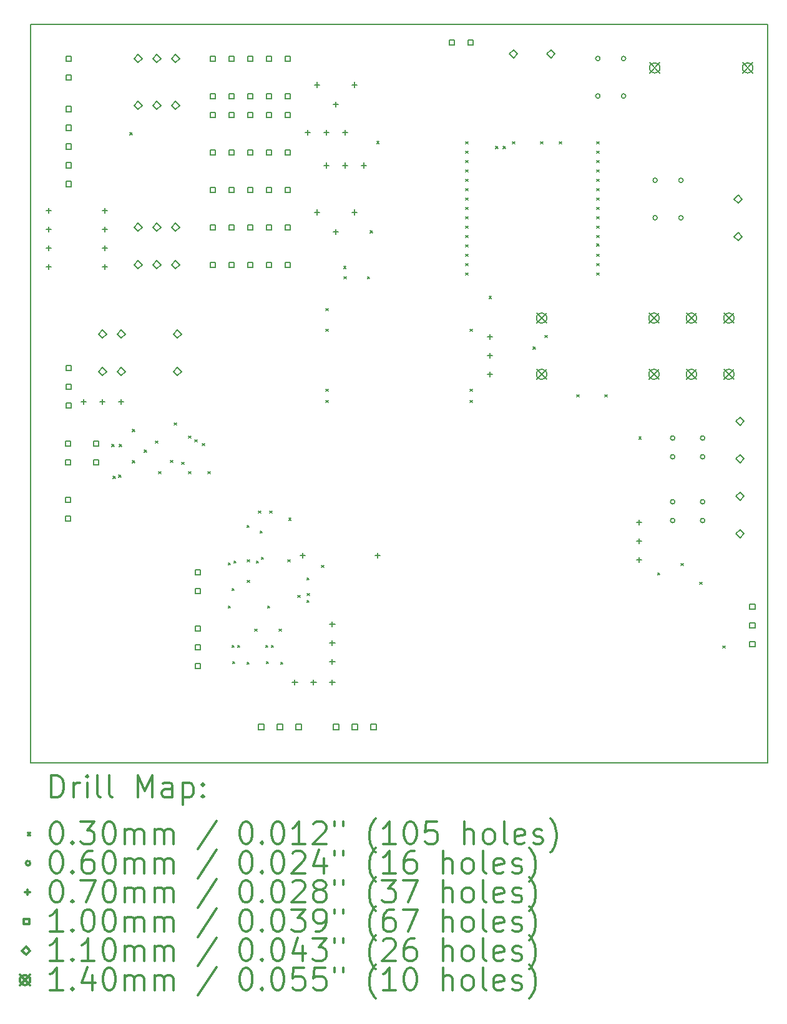
<source format=gbr>
%FSLAX45Y45*%
G04 Gerber Fmt 4.5, Leading zero omitted, Abs format (unit mm)*
G04 Created by KiCad (PCBNEW (5.0.2)-1) date 08/09/19 14:56:22*
%MOMM*%
%LPD*%
G01*
G04 APERTURE LIST*
%ADD10C,0.150000*%
%ADD11C,0.200000*%
%ADD12C,0.300000*%
G04 APERTURE END LIST*
D10*
X20000000Y-2574300D02*
X20000000Y-12574300D01*
X10000000Y-2574300D02*
X20000000Y-2574300D01*
X10000000Y-12574300D02*
X10000000Y-2574300D01*
X20000000Y-12574300D02*
X10000000Y-12574300D01*
D11*
X11099400Y-8263100D02*
X11129400Y-8293100D01*
X11129400Y-8263100D02*
X11099400Y-8293100D01*
X11118800Y-8694900D02*
X11148800Y-8724900D01*
X11148800Y-8694900D02*
X11118800Y-8724900D01*
X11193510Y-8675508D02*
X11223510Y-8705508D01*
X11223510Y-8675508D02*
X11193510Y-8705508D01*
X11201000Y-8263100D02*
X11231000Y-8293100D01*
X11231000Y-8263100D02*
X11201000Y-8293100D01*
X11344400Y-4036300D02*
X11374400Y-4066300D01*
X11374400Y-4036300D02*
X11344400Y-4066300D01*
X11378800Y-8059900D02*
X11408800Y-8089900D01*
X11408800Y-8059900D02*
X11378800Y-8089900D01*
X11378800Y-8481720D02*
X11408800Y-8511720D01*
X11408800Y-8481720D02*
X11378800Y-8511720D01*
X11542400Y-8337180D02*
X11572400Y-8367180D01*
X11572400Y-8337180D02*
X11542400Y-8367180D01*
X11694800Y-8216220D02*
X11724800Y-8246220D01*
X11724800Y-8216220D02*
X11694800Y-8246220D01*
X11735360Y-8632300D02*
X11765360Y-8662300D01*
X11765360Y-8632300D02*
X11735360Y-8662300D01*
X11898000Y-8479900D02*
X11928000Y-8509900D01*
X11928000Y-8479900D02*
X11898000Y-8509900D01*
X11948800Y-7971900D02*
X11978800Y-8001900D01*
X11978800Y-7971900D02*
X11948800Y-8001900D01*
X12050400Y-8505300D02*
X12080400Y-8535300D01*
X12080400Y-8505300D02*
X12050400Y-8535300D01*
X12139840Y-8149700D02*
X12169840Y-8179700D01*
X12169840Y-8149700D02*
X12139840Y-8179700D01*
X12139840Y-8632300D02*
X12169840Y-8662300D01*
X12169840Y-8632300D02*
X12139840Y-8662300D01*
X12228200Y-8200500D02*
X12258200Y-8230500D01*
X12258200Y-8200500D02*
X12228200Y-8230500D01*
X12329800Y-8251300D02*
X12359800Y-8281300D01*
X12359800Y-8251300D02*
X12329800Y-8281300D01*
X12406000Y-8632300D02*
X12436000Y-8662300D01*
X12436000Y-8632300D02*
X12406000Y-8662300D01*
X12678605Y-9868065D02*
X12708605Y-9898065D01*
X12708605Y-9868065D02*
X12678605Y-9898065D01*
X12678605Y-10452265D02*
X12708605Y-10482265D01*
X12708605Y-10452265D02*
X12678605Y-10482265D01*
X12729405Y-10215065D02*
X12759405Y-10245065D01*
X12759405Y-10215065D02*
X12729405Y-10245065D01*
X12729405Y-10985665D02*
X12759405Y-11015665D01*
X12759405Y-10985665D02*
X12729405Y-11015665D01*
X12737605Y-11204285D02*
X12767605Y-11234285D01*
X12767605Y-11204285D02*
X12737605Y-11234285D01*
X12754805Y-9842665D02*
X12784805Y-9872665D01*
X12784805Y-9842665D02*
X12754805Y-9872665D01*
X12805605Y-10985665D02*
X12835605Y-11015665D01*
X12835605Y-10985665D02*
X12805605Y-11015665D01*
X12932605Y-9360065D02*
X12962605Y-9390065D01*
X12962605Y-9360065D02*
X12932605Y-9390065D01*
X12932605Y-11214265D02*
X12962605Y-11244265D01*
X12962605Y-11214265D02*
X12932605Y-11244265D01*
X12939400Y-9826100D02*
X12969400Y-9856100D01*
X12969400Y-9826100D02*
X12939400Y-9856100D01*
X12939400Y-10105500D02*
X12969400Y-10135500D01*
X12969400Y-10105500D02*
X12939400Y-10135500D01*
X13041000Y-10765900D02*
X13071000Y-10795900D01*
X13071000Y-10765900D02*
X13041000Y-10795900D01*
X13062605Y-9842665D02*
X13092605Y-9872665D01*
X13092605Y-9842665D02*
X13062605Y-9872665D01*
X13090563Y-9162658D02*
X13120563Y-9192658D01*
X13120563Y-9162658D02*
X13090563Y-9192658D01*
X13110405Y-9436265D02*
X13140405Y-9466265D01*
X13140405Y-9436265D02*
X13110405Y-9466265D01*
X13127605Y-9791865D02*
X13157605Y-9821865D01*
X13157605Y-9791865D02*
X13127605Y-9821865D01*
X13186605Y-10985665D02*
X13216605Y-11015665D01*
X13216605Y-10985665D02*
X13186605Y-11015665D01*
X13194805Y-11204285D02*
X13224805Y-11234285D01*
X13224805Y-11204285D02*
X13194805Y-11234285D01*
X13212005Y-10452265D02*
X13242005Y-10482265D01*
X13242005Y-10452265D02*
X13212005Y-10482265D01*
X13244200Y-9165700D02*
X13274200Y-9195700D01*
X13274200Y-9165700D02*
X13244200Y-9195700D01*
X13262805Y-10985665D02*
X13292805Y-11015665D01*
X13292805Y-10985665D02*
X13262805Y-11015665D01*
X13371200Y-10765900D02*
X13401200Y-10795900D01*
X13401200Y-10765900D02*
X13371200Y-10795900D01*
X13389805Y-11214265D02*
X13419805Y-11244265D01*
X13419805Y-11214265D02*
X13389805Y-11244265D01*
X13488520Y-9826100D02*
X13518520Y-9856100D01*
X13518520Y-9826100D02*
X13488520Y-9856100D01*
X13501951Y-9263549D02*
X13531951Y-9293549D01*
X13531951Y-9263549D02*
X13501951Y-9293549D01*
X13624445Y-10308700D02*
X13654445Y-10338700D01*
X13654445Y-10308700D02*
X13624445Y-10338700D01*
X13745405Y-10071265D02*
X13775405Y-10101265D01*
X13775405Y-10071265D02*
X13745405Y-10101265D01*
X13745405Y-10376065D02*
X13775405Y-10406065D01*
X13775405Y-10376065D02*
X13745405Y-10406065D01*
X13752200Y-10283300D02*
X13782200Y-10313300D01*
X13782200Y-10283300D02*
X13752200Y-10313300D01*
X13947645Y-9902300D02*
X13977645Y-9932300D01*
X13977645Y-9902300D02*
X13947645Y-9932300D01*
X14006200Y-6422500D02*
X14036200Y-6452500D01*
X14036200Y-6422500D02*
X14006200Y-6452500D01*
X14006200Y-6701900D02*
X14036200Y-6731900D01*
X14036200Y-6701900D02*
X14006200Y-6731900D01*
X14006200Y-7514700D02*
X14036200Y-7544700D01*
X14036200Y-7514700D02*
X14006200Y-7544700D01*
X14006200Y-7667100D02*
X14036200Y-7697100D01*
X14036200Y-7667100D02*
X14006200Y-7697100D01*
X14244970Y-5848745D02*
X14274970Y-5878745D01*
X14274970Y-5848745D02*
X14244970Y-5878745D01*
X14249000Y-5989800D02*
X14279000Y-6019800D01*
X14279000Y-5989800D02*
X14249000Y-6019800D01*
X14566500Y-5989800D02*
X14596500Y-6019800D01*
X14596500Y-5989800D02*
X14566500Y-6019800D01*
X14604600Y-5367500D02*
X14634600Y-5397500D01*
X14634600Y-5367500D02*
X14604600Y-5397500D01*
X14693500Y-4154400D02*
X14723500Y-4184400D01*
X14723500Y-4154400D02*
X14693500Y-4184400D01*
X15900000Y-4161000D02*
X15930000Y-4191000D01*
X15930000Y-4161000D02*
X15900000Y-4191000D01*
X15900000Y-4288000D02*
X15930000Y-4318000D01*
X15930000Y-4288000D02*
X15900000Y-4318000D01*
X15900000Y-4415000D02*
X15930000Y-4445000D01*
X15930000Y-4415000D02*
X15900000Y-4445000D01*
X15900000Y-4542000D02*
X15930000Y-4572000D01*
X15930000Y-4542000D02*
X15900000Y-4572000D01*
X15900000Y-4669000D02*
X15930000Y-4699000D01*
X15930000Y-4669000D02*
X15900000Y-4699000D01*
X15900000Y-4796000D02*
X15930000Y-4826000D01*
X15930000Y-4796000D02*
X15900000Y-4826000D01*
X15900000Y-4923000D02*
X15930000Y-4953000D01*
X15930000Y-4923000D02*
X15900000Y-4953000D01*
X15900000Y-5050000D02*
X15930000Y-5080000D01*
X15930000Y-5050000D02*
X15900000Y-5080000D01*
X15900000Y-5177000D02*
X15930000Y-5207000D01*
X15930000Y-5177000D02*
X15900000Y-5207000D01*
X15900000Y-5304000D02*
X15930000Y-5334000D01*
X15930000Y-5304000D02*
X15900000Y-5334000D01*
X15900000Y-5431000D02*
X15930000Y-5461000D01*
X15930000Y-5431000D02*
X15900000Y-5461000D01*
X15900000Y-5558000D02*
X15930000Y-5588000D01*
X15930000Y-5558000D02*
X15900000Y-5588000D01*
X15900000Y-5685000D02*
X15930000Y-5715000D01*
X15930000Y-5685000D02*
X15900000Y-5715000D01*
X15900000Y-5812000D02*
X15930000Y-5842000D01*
X15930000Y-5812000D02*
X15900000Y-5842000D01*
X15900000Y-5939000D02*
X15930000Y-5969000D01*
X15930000Y-5939000D02*
X15900000Y-5969000D01*
X15962000Y-6701900D02*
X15992000Y-6731900D01*
X15992000Y-6701900D02*
X15962000Y-6731900D01*
X15962000Y-7514700D02*
X15992000Y-7544700D01*
X15992000Y-7514700D02*
X15962000Y-7544700D01*
X15962000Y-7667100D02*
X15992000Y-7697100D01*
X15992000Y-7667100D02*
X15962000Y-7697100D01*
X16217500Y-6256500D02*
X16247500Y-6286500D01*
X16247500Y-6256500D02*
X16217500Y-6286500D01*
X16306400Y-4224500D02*
X16336400Y-4254500D01*
X16336400Y-4224500D02*
X16306400Y-4254500D01*
X16408000Y-4224500D02*
X16438000Y-4254500D01*
X16438000Y-4224500D02*
X16408000Y-4254500D01*
X16535000Y-4161000D02*
X16565000Y-4191000D01*
X16565000Y-4161000D02*
X16535000Y-4191000D01*
X16813750Y-6942350D02*
X16843750Y-6972350D01*
X16843750Y-6942350D02*
X16813750Y-6972350D01*
X16916000Y-4161000D02*
X16946000Y-4191000D01*
X16946000Y-4161000D02*
X16916000Y-4191000D01*
X16975625Y-6784459D02*
X17005625Y-6814459D01*
X17005625Y-6784459D02*
X16975625Y-6814459D01*
X17170000Y-4161000D02*
X17200000Y-4191000D01*
X17200000Y-4161000D02*
X17170000Y-4191000D01*
X17409800Y-7590900D02*
X17439800Y-7620900D01*
X17439800Y-7590900D02*
X17409800Y-7620900D01*
X17678000Y-4161000D02*
X17708000Y-4191000D01*
X17708000Y-4161000D02*
X17678000Y-4191000D01*
X17678000Y-4288000D02*
X17708000Y-4318000D01*
X17708000Y-4288000D02*
X17678000Y-4318000D01*
X17678000Y-4415000D02*
X17708000Y-4445000D01*
X17708000Y-4415000D02*
X17678000Y-4445000D01*
X17678000Y-4542000D02*
X17708000Y-4572000D01*
X17708000Y-4542000D02*
X17678000Y-4572000D01*
X17678000Y-4669000D02*
X17708000Y-4699000D01*
X17708000Y-4669000D02*
X17678000Y-4699000D01*
X17678000Y-4796000D02*
X17708000Y-4826000D01*
X17708000Y-4796000D02*
X17678000Y-4826000D01*
X17678000Y-4923000D02*
X17708000Y-4953000D01*
X17708000Y-4923000D02*
X17678000Y-4953000D01*
X17678000Y-5050000D02*
X17708000Y-5080000D01*
X17708000Y-5050000D02*
X17678000Y-5080000D01*
X17678000Y-5177000D02*
X17708000Y-5207000D01*
X17708000Y-5177000D02*
X17678000Y-5207000D01*
X17678000Y-5304000D02*
X17708000Y-5334000D01*
X17708000Y-5304000D02*
X17678000Y-5334000D01*
X17678000Y-5431000D02*
X17708000Y-5461000D01*
X17708000Y-5431000D02*
X17678000Y-5461000D01*
X17678000Y-5545300D02*
X17708000Y-5575300D01*
X17708000Y-5545300D02*
X17678000Y-5575300D01*
X17678000Y-5685000D02*
X17708000Y-5715000D01*
X17708000Y-5685000D02*
X17678000Y-5715000D01*
X17678000Y-5812000D02*
X17708000Y-5842000D01*
X17708000Y-5812000D02*
X17678000Y-5842000D01*
X17678000Y-5939000D02*
X17708000Y-5969000D01*
X17708000Y-5939000D02*
X17678000Y-5969000D01*
X17790800Y-7590900D02*
X17820800Y-7620900D01*
X17820800Y-7590900D02*
X17790800Y-7620900D01*
X18249500Y-8161500D02*
X18279500Y-8191500D01*
X18279500Y-8161500D02*
X18249500Y-8191500D01*
X18503500Y-10003000D02*
X18533500Y-10033000D01*
X18533500Y-10003000D02*
X18503500Y-10033000D01*
X18821000Y-9876000D02*
X18851000Y-9906000D01*
X18851000Y-9876000D02*
X18821000Y-9906000D01*
X19075000Y-10130000D02*
X19105000Y-10160000D01*
X19105000Y-10130000D02*
X19075000Y-10160000D01*
X19391000Y-10994500D02*
X19421000Y-11024500D01*
X19421000Y-10994500D02*
X19391000Y-11024500D01*
X17723000Y-3541000D02*
G75*
G03X17723000Y-3541000I-30000J0D01*
G01*
X18073000Y-3541000D02*
G75*
G03X18073000Y-3541000I-30000J0D01*
G01*
X17723000Y-3033000D02*
G75*
G03X17723000Y-3033000I-30000J0D01*
G01*
X18073000Y-3033000D02*
G75*
G03X18073000Y-3033000I-30000J0D01*
G01*
X18500500Y-4684000D02*
G75*
G03X18500500Y-4684000I-30000J0D01*
G01*
X18850500Y-4684000D02*
G75*
G03X18850500Y-4684000I-30000J0D01*
G01*
X19145400Y-8176500D02*
G75*
G03X19145400Y-8176500I-30000J0D01*
G01*
X19145400Y-8430500D02*
G75*
G03X19145400Y-8430500I-30000J0D01*
G01*
X18739000Y-8176500D02*
G75*
G03X18739000Y-8176500I-30000J0D01*
G01*
X18739000Y-8430500D02*
G75*
G03X18739000Y-8430500I-30000J0D01*
G01*
X18500500Y-5192000D02*
G75*
G03X18500500Y-5192000I-30000J0D01*
G01*
X18850500Y-5192000D02*
G75*
G03X18850500Y-5192000I-30000J0D01*
G01*
X19145400Y-9040100D02*
G75*
G03X19145400Y-9040100I-30000J0D01*
G01*
X19145400Y-9294100D02*
G75*
G03X19145400Y-9294100I-30000J0D01*
G01*
X18739000Y-9040100D02*
G75*
G03X18739000Y-9040100I-30000J0D01*
G01*
X18739000Y-9294100D02*
G75*
G03X18739000Y-9294100I-30000J0D01*
G01*
X18251800Y-9284500D02*
X18251800Y-9354500D01*
X18216800Y-9319500D02*
X18286800Y-9319500D01*
X18251800Y-9538500D02*
X18251800Y-9608500D01*
X18216800Y-9573500D02*
X18286800Y-9573500D01*
X18251800Y-9792500D02*
X18251800Y-9862500D01*
X18216800Y-9827500D02*
X18286800Y-9827500D01*
X16232500Y-6769900D02*
X16232500Y-6839900D01*
X16197500Y-6804900D02*
X16267500Y-6804900D01*
X16232500Y-7023900D02*
X16232500Y-7093900D01*
X16197500Y-7058900D02*
X16267500Y-7058900D01*
X16232500Y-7277900D02*
X16232500Y-7347900D01*
X16197500Y-7312900D02*
X16267500Y-7312900D01*
X14090605Y-10660865D02*
X14090605Y-10730865D01*
X14055605Y-10695865D02*
X14125605Y-10695865D01*
X14090605Y-10914865D02*
X14090605Y-10984865D01*
X14055605Y-10949865D02*
X14125605Y-10949865D01*
X14090605Y-11168865D02*
X14090605Y-11238865D01*
X14055605Y-11203865D02*
X14125605Y-11203865D01*
X14010000Y-4445800D02*
X14010000Y-4515800D01*
X13975000Y-4480800D02*
X14045000Y-4480800D01*
X14264000Y-4445800D02*
X14264000Y-4515800D01*
X14229000Y-4480800D02*
X14299000Y-4480800D01*
X14518000Y-4445800D02*
X14518000Y-4515800D01*
X14483000Y-4480800D02*
X14553000Y-4480800D01*
X13691052Y-9729646D02*
X13691052Y-9799646D01*
X13656052Y-9764646D02*
X13726052Y-9764646D01*
X14707000Y-9729900D02*
X14707000Y-9799900D01*
X14672000Y-9764900D02*
X14742000Y-9764900D01*
X13883000Y-3353600D02*
X13883000Y-3423600D01*
X13848000Y-3388600D02*
X13918000Y-3388600D01*
X14137000Y-3620300D02*
X14137000Y-3690300D01*
X14102000Y-3655300D02*
X14172000Y-3655300D01*
X14391000Y-3353600D02*
X14391000Y-3423600D01*
X14356000Y-3388600D02*
X14426000Y-3388600D01*
X10719200Y-7647100D02*
X10719200Y-7717100D01*
X10684200Y-7682100D02*
X10754200Y-7682100D01*
X10973200Y-7647100D02*
X10973200Y-7717100D01*
X10938200Y-7682100D02*
X11008200Y-7682100D01*
X11227200Y-7647100D02*
X11227200Y-7717100D01*
X11192200Y-7682100D02*
X11262200Y-7682100D01*
X10242680Y-5056553D02*
X10242680Y-5126553D01*
X10207680Y-5091553D02*
X10277680Y-5091553D01*
X10242680Y-5310553D02*
X10242680Y-5380553D01*
X10207680Y-5345553D02*
X10277680Y-5345553D01*
X10242680Y-5564553D02*
X10242680Y-5634553D01*
X10207680Y-5599553D02*
X10277680Y-5599553D01*
X10242680Y-5818553D02*
X10242680Y-5888553D01*
X10207680Y-5853553D02*
X10277680Y-5853553D01*
X11004680Y-5056553D02*
X11004680Y-5126553D01*
X10969680Y-5091553D02*
X11039680Y-5091553D01*
X11004680Y-5310553D02*
X11004680Y-5380553D01*
X10969680Y-5345553D02*
X11039680Y-5345553D01*
X11004680Y-5564553D02*
X11004680Y-5634553D01*
X10969680Y-5599553D02*
X11039680Y-5599553D01*
X11004680Y-5818553D02*
X11004680Y-5888553D01*
X10969680Y-5853553D02*
X11039680Y-5853553D01*
X13883000Y-5080800D02*
X13883000Y-5150800D01*
X13848000Y-5115800D02*
X13918000Y-5115800D01*
X14137000Y-5347500D02*
X14137000Y-5417500D01*
X14102000Y-5382500D02*
X14172000Y-5382500D01*
X14391000Y-5080800D02*
X14391000Y-5150800D01*
X14356000Y-5115800D02*
X14426000Y-5115800D01*
X13582605Y-11448265D02*
X13582605Y-11518265D01*
X13547605Y-11483265D02*
X13617605Y-11483265D01*
X13836605Y-11448265D02*
X13836605Y-11518265D01*
X13801605Y-11483265D02*
X13871605Y-11483265D01*
X14090605Y-11448265D02*
X14090605Y-11518265D01*
X14055605Y-11483265D02*
X14125605Y-11483265D01*
X13756000Y-4001300D02*
X13756000Y-4071300D01*
X13721000Y-4036300D02*
X13791000Y-4036300D01*
X14010000Y-4001300D02*
X14010000Y-4071300D01*
X13975000Y-4036300D02*
X14045000Y-4036300D01*
X14264000Y-4001300D02*
X14264000Y-4071300D01*
X14229000Y-4036300D02*
X14299000Y-4036300D01*
X12303956Y-10028856D02*
X12303956Y-9958144D01*
X12233244Y-9958144D01*
X12233244Y-10028856D01*
X12303956Y-10028856D01*
X12303956Y-10282856D02*
X12303956Y-10212144D01*
X12233244Y-10212144D01*
X12233244Y-10282856D01*
X12303956Y-10282856D01*
X13160761Y-12128221D02*
X13160761Y-12057510D01*
X13090049Y-12057510D01*
X13090049Y-12128221D01*
X13160761Y-12128221D01*
X13414761Y-12128221D02*
X13414761Y-12057510D01*
X13344049Y-12057510D01*
X13344049Y-12128221D01*
X13414761Y-12128221D01*
X13668761Y-12128221D02*
X13668761Y-12057510D01*
X13598049Y-12057510D01*
X13598049Y-12128221D01*
X13668761Y-12128221D01*
X12506756Y-3070656D02*
X12506756Y-2999944D01*
X12436044Y-2999944D01*
X12436044Y-3070656D01*
X12506756Y-3070656D01*
X12760756Y-3070656D02*
X12760756Y-2999944D01*
X12690044Y-2999944D01*
X12690044Y-3070656D01*
X12760756Y-3070656D01*
X13014756Y-3070656D02*
X13014756Y-2999944D01*
X12944044Y-2999944D01*
X12944044Y-3070656D01*
X13014756Y-3070656D01*
X13268756Y-3070656D02*
X13268756Y-2999944D01*
X13198044Y-2999944D01*
X13198044Y-3070656D01*
X13268756Y-3070656D01*
X13522756Y-3070656D02*
X13522756Y-2999944D01*
X13452044Y-2999944D01*
X13452044Y-3070656D01*
X13522756Y-3070656D01*
X12506756Y-5356656D02*
X12506756Y-5285944D01*
X12436044Y-5285944D01*
X12436044Y-5356656D01*
X12506756Y-5356656D01*
X12760756Y-5356656D02*
X12760756Y-5285944D01*
X12690044Y-5285944D01*
X12690044Y-5356656D01*
X12760756Y-5356656D01*
X13014756Y-5356656D02*
X13014756Y-5285944D01*
X12944044Y-5285944D01*
X12944044Y-5356656D01*
X13014756Y-5356656D01*
X13268756Y-5356656D02*
X13268756Y-5285944D01*
X13198044Y-5285944D01*
X13198044Y-5356656D01*
X13268756Y-5356656D01*
X13522756Y-5356656D02*
X13522756Y-5285944D01*
X13452044Y-5285944D01*
X13452044Y-5356656D01*
X13522756Y-5356656D01*
X12303956Y-10790856D02*
X12303956Y-10720144D01*
X12233244Y-10720144D01*
X12233244Y-10790856D01*
X12303956Y-10790856D01*
X12303956Y-11044856D02*
X12303956Y-10974144D01*
X12233244Y-10974144D01*
X12233244Y-11044856D01*
X12303956Y-11044856D01*
X12303956Y-11298856D02*
X12303956Y-11228144D01*
X12233244Y-11228144D01*
X12233244Y-11298856D01*
X12303956Y-11298856D01*
X10550956Y-3070656D02*
X10550956Y-2999944D01*
X10480244Y-2999944D01*
X10480244Y-3070656D01*
X10550956Y-3070656D01*
X10550956Y-3324656D02*
X10550956Y-3253944D01*
X10480244Y-3253944D01*
X10480244Y-3324656D01*
X10550956Y-3324656D01*
X12506756Y-3578656D02*
X12506756Y-3507944D01*
X12436044Y-3507944D01*
X12436044Y-3578656D01*
X12506756Y-3578656D01*
X12506756Y-3832656D02*
X12506756Y-3761944D01*
X12436044Y-3761944D01*
X12436044Y-3832656D01*
X12506756Y-3832656D01*
X12760756Y-3578656D02*
X12760756Y-3507944D01*
X12690044Y-3507944D01*
X12690044Y-3578656D01*
X12760756Y-3578656D01*
X12760756Y-3832656D02*
X12760756Y-3761944D01*
X12690044Y-3761944D01*
X12690044Y-3832656D01*
X12760756Y-3832656D01*
X13014756Y-3578656D02*
X13014756Y-3507944D01*
X12944044Y-3507944D01*
X12944044Y-3578656D01*
X13014756Y-3578656D01*
X13014756Y-3832656D02*
X13014756Y-3761944D01*
X12944044Y-3761944D01*
X12944044Y-3832656D01*
X13014756Y-3832656D01*
X13268756Y-3578656D02*
X13268756Y-3507944D01*
X13198044Y-3507944D01*
X13198044Y-3578656D01*
X13268756Y-3578656D01*
X13268756Y-3832656D02*
X13268756Y-3761944D01*
X13198044Y-3761944D01*
X13198044Y-3832656D01*
X13268756Y-3832656D01*
X13522756Y-3578656D02*
X13522756Y-3507944D01*
X13452044Y-3507944D01*
X13452044Y-3578656D01*
X13522756Y-3578656D01*
X13522756Y-3832656D02*
X13522756Y-3761944D01*
X13452044Y-3761944D01*
X13452044Y-3832656D01*
X13522756Y-3832656D01*
X10540156Y-9050056D02*
X10540156Y-8979344D01*
X10469444Y-8979344D01*
X10469444Y-9050056D01*
X10540156Y-9050056D01*
X10540156Y-9304056D02*
X10540156Y-9233344D01*
X10469444Y-9233344D01*
X10469444Y-9304056D01*
X10540156Y-9304056D01*
X10550956Y-3754156D02*
X10550956Y-3683444D01*
X10480244Y-3683444D01*
X10480244Y-3754156D01*
X10550956Y-3754156D01*
X10550956Y-4008156D02*
X10550956Y-3937444D01*
X10480244Y-3937444D01*
X10480244Y-4008156D01*
X10550956Y-4008156D01*
X10550956Y-4262156D02*
X10550956Y-4191444D01*
X10480244Y-4191444D01*
X10480244Y-4262156D01*
X10550956Y-4262156D01*
X10550956Y-4516156D02*
X10550956Y-4445444D01*
X10480244Y-4445444D01*
X10480244Y-4516156D01*
X10550956Y-4516156D01*
X10550956Y-4770156D02*
X10550956Y-4699444D01*
X10480244Y-4699444D01*
X10480244Y-4770156D01*
X10550956Y-4770156D01*
X10551356Y-7260256D02*
X10551356Y-7189544D01*
X10480644Y-7189544D01*
X10480644Y-7260256D01*
X10551356Y-7260256D01*
X10551356Y-7514256D02*
X10551356Y-7443544D01*
X10480644Y-7443544D01*
X10480644Y-7514256D01*
X10551356Y-7514256D01*
X10551356Y-7768256D02*
X10551356Y-7697544D01*
X10480644Y-7697544D01*
X10480644Y-7768256D01*
X10551356Y-7768256D01*
X15747156Y-2852456D02*
X15747156Y-2781744D01*
X15676444Y-2781744D01*
X15676444Y-2852456D01*
X15747156Y-2852456D01*
X16001156Y-2852456D02*
X16001156Y-2781744D01*
X15930444Y-2781744D01*
X15930444Y-2852456D01*
X16001156Y-2852456D01*
X10540156Y-8288056D02*
X10540156Y-8217344D01*
X10469444Y-8217344D01*
X10469444Y-8288056D01*
X10540156Y-8288056D01*
X10540156Y-8542056D02*
X10540156Y-8471344D01*
X10469444Y-8471344D01*
X10469444Y-8542056D01*
X10540156Y-8542056D01*
X10921156Y-8288056D02*
X10921156Y-8217344D01*
X10850444Y-8217344D01*
X10850444Y-8288056D01*
X10921156Y-8288056D01*
X10921156Y-8542056D02*
X10921156Y-8471344D01*
X10850444Y-8471344D01*
X10850444Y-8542056D01*
X10921156Y-8542056D01*
X12506756Y-4848656D02*
X12506756Y-4777944D01*
X12436044Y-4777944D01*
X12436044Y-4848656D01*
X12506756Y-4848656D01*
X12760756Y-4848656D02*
X12760756Y-4777944D01*
X12690044Y-4777944D01*
X12690044Y-4848656D01*
X12760756Y-4848656D01*
X13014756Y-4848656D02*
X13014756Y-4777944D01*
X12944044Y-4777944D01*
X12944044Y-4848656D01*
X13014756Y-4848656D01*
X13268756Y-4848656D02*
X13268756Y-4777944D01*
X13198044Y-4777944D01*
X13198044Y-4848656D01*
X13268756Y-4848656D01*
X13522756Y-4848656D02*
X13522756Y-4777944D01*
X13452044Y-4777944D01*
X13452044Y-4848656D01*
X13522756Y-4848656D01*
X19823856Y-10497856D02*
X19823856Y-10427144D01*
X19753144Y-10427144D01*
X19753144Y-10497856D01*
X19823856Y-10497856D01*
X19823856Y-10751856D02*
X19823856Y-10681144D01*
X19753144Y-10681144D01*
X19753144Y-10751856D01*
X19823856Y-10751856D01*
X19823856Y-11005856D02*
X19823856Y-10935144D01*
X19753144Y-10935144D01*
X19753144Y-11005856D01*
X19823856Y-11005856D01*
X14176761Y-12128221D02*
X14176761Y-12057510D01*
X14106049Y-12057510D01*
X14106049Y-12128221D01*
X14176761Y-12128221D01*
X14430761Y-12128221D02*
X14430761Y-12057510D01*
X14360049Y-12057510D01*
X14360049Y-12128221D01*
X14430761Y-12128221D01*
X14684761Y-12128221D02*
X14684761Y-12057510D01*
X14614049Y-12057510D01*
X14614049Y-12128221D01*
X14684761Y-12128221D01*
X12506756Y-5864656D02*
X12506756Y-5793944D01*
X12436044Y-5793944D01*
X12436044Y-5864656D01*
X12506756Y-5864656D01*
X12760756Y-5864656D02*
X12760756Y-5793944D01*
X12690044Y-5793944D01*
X12690044Y-5864656D01*
X12760756Y-5864656D01*
X13014756Y-5864656D02*
X13014756Y-5793944D01*
X12944044Y-5793944D01*
X12944044Y-5864656D01*
X13014756Y-5864656D01*
X13268756Y-5864656D02*
X13268756Y-5793944D01*
X13198044Y-5793944D01*
X13198044Y-5864656D01*
X13268756Y-5864656D01*
X13522756Y-5864656D02*
X13522756Y-5793944D01*
X13452044Y-5793944D01*
X13452044Y-5864656D01*
X13522756Y-5864656D01*
X12506756Y-4340656D02*
X12506756Y-4269944D01*
X12436044Y-4269944D01*
X12436044Y-4340656D01*
X12506756Y-4340656D01*
X12760756Y-4340656D02*
X12760756Y-4269944D01*
X12690044Y-4269944D01*
X12690044Y-4340656D01*
X12760756Y-4340656D01*
X13014756Y-4340656D02*
X13014756Y-4269944D01*
X12944044Y-4269944D01*
X12944044Y-4340656D01*
X13014756Y-4340656D01*
X13268756Y-4340656D02*
X13268756Y-4269944D01*
X13198044Y-4269944D01*
X13198044Y-4340656D01*
X13268756Y-4340656D01*
X13522756Y-4340656D02*
X13522756Y-4269944D01*
X13452044Y-4269944D01*
X13452044Y-4340656D01*
X13522756Y-4340656D01*
X11455400Y-5884300D02*
X11510400Y-5829300D01*
X11455400Y-5774300D01*
X11400400Y-5829300D01*
X11455400Y-5884300D01*
X11709400Y-5884300D02*
X11764400Y-5829300D01*
X11709400Y-5774300D01*
X11654400Y-5829300D01*
X11709400Y-5884300D01*
X11963400Y-5884300D02*
X12018400Y-5829300D01*
X11963400Y-5774300D01*
X11908400Y-5829300D01*
X11963400Y-5884300D01*
X19598000Y-4993000D02*
X19653000Y-4938000D01*
X19598000Y-4883000D01*
X19543000Y-4938000D01*
X19598000Y-4993000D01*
X19598000Y-5501000D02*
X19653000Y-5446000D01*
X19598000Y-5391000D01*
X19543000Y-5446000D01*
X19598000Y-5501000D01*
X19623400Y-8002900D02*
X19678400Y-7947900D01*
X19623400Y-7892900D01*
X19568400Y-7947900D01*
X19623400Y-8002900D01*
X19623400Y-8510900D02*
X19678400Y-8455900D01*
X19623400Y-8400900D01*
X19568400Y-8455900D01*
X19623400Y-8510900D01*
X10973200Y-6822700D02*
X11028200Y-6767700D01*
X10973200Y-6712700D01*
X10918200Y-6767700D01*
X10973200Y-6822700D01*
X10973200Y-7330700D02*
X11028200Y-7275700D01*
X10973200Y-7220700D01*
X10918200Y-7275700D01*
X10973200Y-7330700D01*
X11227200Y-6822700D02*
X11282200Y-6767700D01*
X11227200Y-6712700D01*
X11172200Y-6767700D01*
X11227200Y-6822700D01*
X11227200Y-7330700D02*
X11282200Y-7275700D01*
X11227200Y-7220700D01*
X11172200Y-7275700D01*
X11227200Y-7330700D01*
X11989200Y-6822700D02*
X12044200Y-6767700D01*
X11989200Y-6712700D01*
X11934200Y-6767700D01*
X11989200Y-6822700D01*
X11989200Y-7330700D02*
X12044200Y-7275700D01*
X11989200Y-7220700D01*
X11934200Y-7275700D01*
X11989200Y-7330700D01*
X16550000Y-3024500D02*
X16605000Y-2969500D01*
X16550000Y-2914500D01*
X16495000Y-2969500D01*
X16550000Y-3024500D01*
X17058000Y-3024500D02*
X17113000Y-2969500D01*
X17058000Y-2914500D01*
X17003000Y-2969500D01*
X17058000Y-3024500D01*
X11455400Y-5376300D02*
X11510400Y-5321300D01*
X11455400Y-5266300D01*
X11400400Y-5321300D01*
X11455400Y-5376300D01*
X11709400Y-5376300D02*
X11764400Y-5321300D01*
X11709400Y-5266300D01*
X11654400Y-5321300D01*
X11709400Y-5376300D01*
X11963400Y-5376300D02*
X12018400Y-5321300D01*
X11963400Y-5266300D01*
X11908400Y-5321300D01*
X11963400Y-5376300D01*
X19623400Y-9018900D02*
X19678400Y-8963900D01*
X19623400Y-8908900D01*
X19568400Y-8963900D01*
X19623400Y-9018900D01*
X19623400Y-9526900D02*
X19678400Y-9471900D01*
X19623400Y-9416900D01*
X19568400Y-9471900D01*
X19623400Y-9526900D01*
X11455400Y-3090300D02*
X11510400Y-3035300D01*
X11455400Y-2980300D01*
X11400400Y-3035300D01*
X11455400Y-3090300D01*
X11709400Y-3090300D02*
X11764400Y-3035300D01*
X11709400Y-2980300D01*
X11654400Y-3035300D01*
X11709400Y-3090300D01*
X11963400Y-3090300D02*
X12018400Y-3035300D01*
X11963400Y-2980300D01*
X11908400Y-3035300D01*
X11963400Y-3090300D01*
X11455400Y-3725300D02*
X11510400Y-3670300D01*
X11455400Y-3615300D01*
X11400400Y-3670300D01*
X11455400Y-3725300D01*
X11709400Y-3725300D02*
X11764400Y-3670300D01*
X11709400Y-3615300D01*
X11654400Y-3670300D01*
X11709400Y-3725300D01*
X11963400Y-3725300D02*
X12018400Y-3670300D01*
X11963400Y-3615300D01*
X11908400Y-3670300D01*
X11963400Y-3725300D01*
X18395000Y-3090000D02*
X18535000Y-3230000D01*
X18535000Y-3090000D02*
X18395000Y-3230000D01*
X18535000Y-3160000D02*
G75*
G03X18535000Y-3160000I-70000J0D01*
G01*
X19655000Y-3090000D02*
X19795000Y-3230000D01*
X19795000Y-3090000D02*
X19655000Y-3230000D01*
X19795000Y-3160000D02*
G75*
G03X19795000Y-3160000I-70000J0D01*
G01*
X16861000Y-6480900D02*
X17001000Y-6620900D01*
X17001000Y-6480900D02*
X16861000Y-6620900D01*
X17001000Y-6550900D02*
G75*
G03X17001000Y-6550900I-70000J0D01*
G01*
X16861000Y-7242900D02*
X17001000Y-7382900D01*
X17001000Y-7242900D02*
X16861000Y-7382900D01*
X17001000Y-7312900D02*
G75*
G03X17001000Y-7312900I-70000J0D01*
G01*
X18385000Y-6480900D02*
X18525000Y-6620900D01*
X18525000Y-6480900D02*
X18385000Y-6620900D01*
X18525000Y-6550900D02*
G75*
G03X18525000Y-6550900I-70000J0D01*
G01*
X18385000Y-7242900D02*
X18525000Y-7382900D01*
X18525000Y-7242900D02*
X18385000Y-7382900D01*
X18525000Y-7312900D02*
G75*
G03X18525000Y-7312900I-70000J0D01*
G01*
X18893000Y-6480900D02*
X19033000Y-6620900D01*
X19033000Y-6480900D02*
X18893000Y-6620900D01*
X19033000Y-6550900D02*
G75*
G03X19033000Y-6550900I-70000J0D01*
G01*
X18893000Y-7242900D02*
X19033000Y-7382900D01*
X19033000Y-7242900D02*
X18893000Y-7382900D01*
X19033000Y-7312900D02*
G75*
G03X19033000Y-7312900I-70000J0D01*
G01*
X19401000Y-6480900D02*
X19541000Y-6620900D01*
X19541000Y-6480900D02*
X19401000Y-6620900D01*
X19541000Y-6550900D02*
G75*
G03X19541000Y-6550900I-70000J0D01*
G01*
X19401000Y-7242900D02*
X19541000Y-7382900D01*
X19541000Y-7242900D02*
X19401000Y-7382900D01*
X19541000Y-7312900D02*
G75*
G03X19541000Y-7312900I-70000J0D01*
G01*
D12*
X10278928Y-13047514D02*
X10278928Y-12747514D01*
X10350357Y-12747514D01*
X10393214Y-12761800D01*
X10421786Y-12790371D01*
X10436071Y-12818943D01*
X10450357Y-12876086D01*
X10450357Y-12918943D01*
X10436071Y-12976086D01*
X10421786Y-13004657D01*
X10393214Y-13033229D01*
X10350357Y-13047514D01*
X10278928Y-13047514D01*
X10578928Y-13047514D02*
X10578928Y-12847514D01*
X10578928Y-12904657D02*
X10593214Y-12876086D01*
X10607500Y-12861800D01*
X10636071Y-12847514D01*
X10664643Y-12847514D01*
X10764643Y-13047514D02*
X10764643Y-12847514D01*
X10764643Y-12747514D02*
X10750357Y-12761800D01*
X10764643Y-12776086D01*
X10778928Y-12761800D01*
X10764643Y-12747514D01*
X10764643Y-12776086D01*
X10950357Y-13047514D02*
X10921786Y-13033229D01*
X10907500Y-13004657D01*
X10907500Y-12747514D01*
X11107500Y-13047514D02*
X11078928Y-13033229D01*
X11064643Y-13004657D01*
X11064643Y-12747514D01*
X11450357Y-13047514D02*
X11450357Y-12747514D01*
X11550357Y-12961800D01*
X11650357Y-12747514D01*
X11650357Y-13047514D01*
X11921786Y-13047514D02*
X11921786Y-12890371D01*
X11907500Y-12861800D01*
X11878928Y-12847514D01*
X11821786Y-12847514D01*
X11793214Y-12861800D01*
X11921786Y-13033229D02*
X11893214Y-13047514D01*
X11821786Y-13047514D01*
X11793214Y-13033229D01*
X11778928Y-13004657D01*
X11778928Y-12976086D01*
X11793214Y-12947514D01*
X11821786Y-12933229D01*
X11893214Y-12933229D01*
X11921786Y-12918943D01*
X12064643Y-12847514D02*
X12064643Y-13147514D01*
X12064643Y-12861800D02*
X12093214Y-12847514D01*
X12150357Y-12847514D01*
X12178928Y-12861800D01*
X12193214Y-12876086D01*
X12207500Y-12904657D01*
X12207500Y-12990371D01*
X12193214Y-13018943D01*
X12178928Y-13033229D01*
X12150357Y-13047514D01*
X12093214Y-13047514D01*
X12064643Y-13033229D01*
X12336071Y-13018943D02*
X12350357Y-13033229D01*
X12336071Y-13047514D01*
X12321786Y-13033229D01*
X12336071Y-13018943D01*
X12336071Y-13047514D01*
X12336071Y-12861800D02*
X12350357Y-12876086D01*
X12336071Y-12890371D01*
X12321786Y-12876086D01*
X12336071Y-12861800D01*
X12336071Y-12890371D01*
X9962500Y-13526800D02*
X9992500Y-13556800D01*
X9992500Y-13526800D02*
X9962500Y-13556800D01*
X10336071Y-13377514D02*
X10364643Y-13377514D01*
X10393214Y-13391800D01*
X10407500Y-13406086D01*
X10421786Y-13434657D01*
X10436071Y-13491800D01*
X10436071Y-13563229D01*
X10421786Y-13620371D01*
X10407500Y-13648943D01*
X10393214Y-13663229D01*
X10364643Y-13677514D01*
X10336071Y-13677514D01*
X10307500Y-13663229D01*
X10293214Y-13648943D01*
X10278928Y-13620371D01*
X10264643Y-13563229D01*
X10264643Y-13491800D01*
X10278928Y-13434657D01*
X10293214Y-13406086D01*
X10307500Y-13391800D01*
X10336071Y-13377514D01*
X10564643Y-13648943D02*
X10578928Y-13663229D01*
X10564643Y-13677514D01*
X10550357Y-13663229D01*
X10564643Y-13648943D01*
X10564643Y-13677514D01*
X10678928Y-13377514D02*
X10864643Y-13377514D01*
X10764643Y-13491800D01*
X10807500Y-13491800D01*
X10836071Y-13506086D01*
X10850357Y-13520371D01*
X10864643Y-13548943D01*
X10864643Y-13620371D01*
X10850357Y-13648943D01*
X10836071Y-13663229D01*
X10807500Y-13677514D01*
X10721786Y-13677514D01*
X10693214Y-13663229D01*
X10678928Y-13648943D01*
X11050357Y-13377514D02*
X11078928Y-13377514D01*
X11107500Y-13391800D01*
X11121786Y-13406086D01*
X11136071Y-13434657D01*
X11150357Y-13491800D01*
X11150357Y-13563229D01*
X11136071Y-13620371D01*
X11121786Y-13648943D01*
X11107500Y-13663229D01*
X11078928Y-13677514D01*
X11050357Y-13677514D01*
X11021786Y-13663229D01*
X11007500Y-13648943D01*
X10993214Y-13620371D01*
X10978928Y-13563229D01*
X10978928Y-13491800D01*
X10993214Y-13434657D01*
X11007500Y-13406086D01*
X11021786Y-13391800D01*
X11050357Y-13377514D01*
X11278928Y-13677514D02*
X11278928Y-13477514D01*
X11278928Y-13506086D02*
X11293214Y-13491800D01*
X11321786Y-13477514D01*
X11364643Y-13477514D01*
X11393214Y-13491800D01*
X11407500Y-13520371D01*
X11407500Y-13677514D01*
X11407500Y-13520371D02*
X11421786Y-13491800D01*
X11450357Y-13477514D01*
X11493214Y-13477514D01*
X11521786Y-13491800D01*
X11536071Y-13520371D01*
X11536071Y-13677514D01*
X11678928Y-13677514D02*
X11678928Y-13477514D01*
X11678928Y-13506086D02*
X11693214Y-13491800D01*
X11721786Y-13477514D01*
X11764643Y-13477514D01*
X11793214Y-13491800D01*
X11807500Y-13520371D01*
X11807500Y-13677514D01*
X11807500Y-13520371D02*
X11821786Y-13491800D01*
X11850357Y-13477514D01*
X11893214Y-13477514D01*
X11921786Y-13491800D01*
X11936071Y-13520371D01*
X11936071Y-13677514D01*
X12521786Y-13363229D02*
X12264643Y-13748943D01*
X12907500Y-13377514D02*
X12936071Y-13377514D01*
X12964643Y-13391800D01*
X12978928Y-13406086D01*
X12993214Y-13434657D01*
X13007500Y-13491800D01*
X13007500Y-13563229D01*
X12993214Y-13620371D01*
X12978928Y-13648943D01*
X12964643Y-13663229D01*
X12936071Y-13677514D01*
X12907500Y-13677514D01*
X12878928Y-13663229D01*
X12864643Y-13648943D01*
X12850357Y-13620371D01*
X12836071Y-13563229D01*
X12836071Y-13491800D01*
X12850357Y-13434657D01*
X12864643Y-13406086D01*
X12878928Y-13391800D01*
X12907500Y-13377514D01*
X13136071Y-13648943D02*
X13150357Y-13663229D01*
X13136071Y-13677514D01*
X13121786Y-13663229D01*
X13136071Y-13648943D01*
X13136071Y-13677514D01*
X13336071Y-13377514D02*
X13364643Y-13377514D01*
X13393214Y-13391800D01*
X13407500Y-13406086D01*
X13421786Y-13434657D01*
X13436071Y-13491800D01*
X13436071Y-13563229D01*
X13421786Y-13620371D01*
X13407500Y-13648943D01*
X13393214Y-13663229D01*
X13364643Y-13677514D01*
X13336071Y-13677514D01*
X13307500Y-13663229D01*
X13293214Y-13648943D01*
X13278928Y-13620371D01*
X13264643Y-13563229D01*
X13264643Y-13491800D01*
X13278928Y-13434657D01*
X13293214Y-13406086D01*
X13307500Y-13391800D01*
X13336071Y-13377514D01*
X13721786Y-13677514D02*
X13550357Y-13677514D01*
X13636071Y-13677514D02*
X13636071Y-13377514D01*
X13607500Y-13420371D01*
X13578928Y-13448943D01*
X13550357Y-13463229D01*
X13836071Y-13406086D02*
X13850357Y-13391800D01*
X13878928Y-13377514D01*
X13950357Y-13377514D01*
X13978928Y-13391800D01*
X13993214Y-13406086D01*
X14007500Y-13434657D01*
X14007500Y-13463229D01*
X13993214Y-13506086D01*
X13821786Y-13677514D01*
X14007500Y-13677514D01*
X14121786Y-13377514D02*
X14121786Y-13434657D01*
X14236071Y-13377514D02*
X14236071Y-13434657D01*
X14678928Y-13791800D02*
X14664643Y-13777514D01*
X14636071Y-13734657D01*
X14621786Y-13706086D01*
X14607500Y-13663229D01*
X14593214Y-13591800D01*
X14593214Y-13534657D01*
X14607500Y-13463229D01*
X14621786Y-13420371D01*
X14636071Y-13391800D01*
X14664643Y-13348943D01*
X14678928Y-13334657D01*
X14950357Y-13677514D02*
X14778928Y-13677514D01*
X14864643Y-13677514D02*
X14864643Y-13377514D01*
X14836071Y-13420371D01*
X14807500Y-13448943D01*
X14778928Y-13463229D01*
X15136071Y-13377514D02*
X15164643Y-13377514D01*
X15193214Y-13391800D01*
X15207500Y-13406086D01*
X15221786Y-13434657D01*
X15236071Y-13491800D01*
X15236071Y-13563229D01*
X15221786Y-13620371D01*
X15207500Y-13648943D01*
X15193214Y-13663229D01*
X15164643Y-13677514D01*
X15136071Y-13677514D01*
X15107500Y-13663229D01*
X15093214Y-13648943D01*
X15078928Y-13620371D01*
X15064643Y-13563229D01*
X15064643Y-13491800D01*
X15078928Y-13434657D01*
X15093214Y-13406086D01*
X15107500Y-13391800D01*
X15136071Y-13377514D01*
X15507500Y-13377514D02*
X15364643Y-13377514D01*
X15350357Y-13520371D01*
X15364643Y-13506086D01*
X15393214Y-13491800D01*
X15464643Y-13491800D01*
X15493214Y-13506086D01*
X15507500Y-13520371D01*
X15521786Y-13548943D01*
X15521786Y-13620371D01*
X15507500Y-13648943D01*
X15493214Y-13663229D01*
X15464643Y-13677514D01*
X15393214Y-13677514D01*
X15364643Y-13663229D01*
X15350357Y-13648943D01*
X15878928Y-13677514D02*
X15878928Y-13377514D01*
X16007500Y-13677514D02*
X16007500Y-13520371D01*
X15993214Y-13491800D01*
X15964643Y-13477514D01*
X15921786Y-13477514D01*
X15893214Y-13491800D01*
X15878928Y-13506086D01*
X16193214Y-13677514D02*
X16164643Y-13663229D01*
X16150357Y-13648943D01*
X16136071Y-13620371D01*
X16136071Y-13534657D01*
X16150357Y-13506086D01*
X16164643Y-13491800D01*
X16193214Y-13477514D01*
X16236071Y-13477514D01*
X16264643Y-13491800D01*
X16278928Y-13506086D01*
X16293214Y-13534657D01*
X16293214Y-13620371D01*
X16278928Y-13648943D01*
X16264643Y-13663229D01*
X16236071Y-13677514D01*
X16193214Y-13677514D01*
X16464643Y-13677514D02*
X16436071Y-13663229D01*
X16421786Y-13634657D01*
X16421786Y-13377514D01*
X16693214Y-13663229D02*
X16664643Y-13677514D01*
X16607500Y-13677514D01*
X16578928Y-13663229D01*
X16564643Y-13634657D01*
X16564643Y-13520371D01*
X16578928Y-13491800D01*
X16607500Y-13477514D01*
X16664643Y-13477514D01*
X16693214Y-13491800D01*
X16707500Y-13520371D01*
X16707500Y-13548943D01*
X16564643Y-13577514D01*
X16821786Y-13663229D02*
X16850357Y-13677514D01*
X16907500Y-13677514D01*
X16936071Y-13663229D01*
X16950357Y-13634657D01*
X16950357Y-13620371D01*
X16936071Y-13591800D01*
X16907500Y-13577514D01*
X16864643Y-13577514D01*
X16836071Y-13563229D01*
X16821786Y-13534657D01*
X16821786Y-13520371D01*
X16836071Y-13491800D01*
X16864643Y-13477514D01*
X16907500Y-13477514D01*
X16936071Y-13491800D01*
X17050357Y-13791800D02*
X17064643Y-13777514D01*
X17093214Y-13734657D01*
X17107500Y-13706086D01*
X17121786Y-13663229D01*
X17136071Y-13591800D01*
X17136071Y-13534657D01*
X17121786Y-13463229D01*
X17107500Y-13420371D01*
X17093214Y-13391800D01*
X17064643Y-13348943D01*
X17050357Y-13334657D01*
X9992500Y-13937800D02*
G75*
G03X9992500Y-13937800I-30000J0D01*
G01*
X10336071Y-13773514D02*
X10364643Y-13773514D01*
X10393214Y-13787800D01*
X10407500Y-13802086D01*
X10421786Y-13830657D01*
X10436071Y-13887800D01*
X10436071Y-13959229D01*
X10421786Y-14016371D01*
X10407500Y-14044943D01*
X10393214Y-14059229D01*
X10364643Y-14073514D01*
X10336071Y-14073514D01*
X10307500Y-14059229D01*
X10293214Y-14044943D01*
X10278928Y-14016371D01*
X10264643Y-13959229D01*
X10264643Y-13887800D01*
X10278928Y-13830657D01*
X10293214Y-13802086D01*
X10307500Y-13787800D01*
X10336071Y-13773514D01*
X10564643Y-14044943D02*
X10578928Y-14059229D01*
X10564643Y-14073514D01*
X10550357Y-14059229D01*
X10564643Y-14044943D01*
X10564643Y-14073514D01*
X10836071Y-13773514D02*
X10778928Y-13773514D01*
X10750357Y-13787800D01*
X10736071Y-13802086D01*
X10707500Y-13844943D01*
X10693214Y-13902086D01*
X10693214Y-14016371D01*
X10707500Y-14044943D01*
X10721786Y-14059229D01*
X10750357Y-14073514D01*
X10807500Y-14073514D01*
X10836071Y-14059229D01*
X10850357Y-14044943D01*
X10864643Y-14016371D01*
X10864643Y-13944943D01*
X10850357Y-13916371D01*
X10836071Y-13902086D01*
X10807500Y-13887800D01*
X10750357Y-13887800D01*
X10721786Y-13902086D01*
X10707500Y-13916371D01*
X10693214Y-13944943D01*
X11050357Y-13773514D02*
X11078928Y-13773514D01*
X11107500Y-13787800D01*
X11121786Y-13802086D01*
X11136071Y-13830657D01*
X11150357Y-13887800D01*
X11150357Y-13959229D01*
X11136071Y-14016371D01*
X11121786Y-14044943D01*
X11107500Y-14059229D01*
X11078928Y-14073514D01*
X11050357Y-14073514D01*
X11021786Y-14059229D01*
X11007500Y-14044943D01*
X10993214Y-14016371D01*
X10978928Y-13959229D01*
X10978928Y-13887800D01*
X10993214Y-13830657D01*
X11007500Y-13802086D01*
X11021786Y-13787800D01*
X11050357Y-13773514D01*
X11278928Y-14073514D02*
X11278928Y-13873514D01*
X11278928Y-13902086D02*
X11293214Y-13887800D01*
X11321786Y-13873514D01*
X11364643Y-13873514D01*
X11393214Y-13887800D01*
X11407500Y-13916371D01*
X11407500Y-14073514D01*
X11407500Y-13916371D02*
X11421786Y-13887800D01*
X11450357Y-13873514D01*
X11493214Y-13873514D01*
X11521786Y-13887800D01*
X11536071Y-13916371D01*
X11536071Y-14073514D01*
X11678928Y-14073514D02*
X11678928Y-13873514D01*
X11678928Y-13902086D02*
X11693214Y-13887800D01*
X11721786Y-13873514D01*
X11764643Y-13873514D01*
X11793214Y-13887800D01*
X11807500Y-13916371D01*
X11807500Y-14073514D01*
X11807500Y-13916371D02*
X11821786Y-13887800D01*
X11850357Y-13873514D01*
X11893214Y-13873514D01*
X11921786Y-13887800D01*
X11936071Y-13916371D01*
X11936071Y-14073514D01*
X12521786Y-13759229D02*
X12264643Y-14144943D01*
X12907500Y-13773514D02*
X12936071Y-13773514D01*
X12964643Y-13787800D01*
X12978928Y-13802086D01*
X12993214Y-13830657D01*
X13007500Y-13887800D01*
X13007500Y-13959229D01*
X12993214Y-14016371D01*
X12978928Y-14044943D01*
X12964643Y-14059229D01*
X12936071Y-14073514D01*
X12907500Y-14073514D01*
X12878928Y-14059229D01*
X12864643Y-14044943D01*
X12850357Y-14016371D01*
X12836071Y-13959229D01*
X12836071Y-13887800D01*
X12850357Y-13830657D01*
X12864643Y-13802086D01*
X12878928Y-13787800D01*
X12907500Y-13773514D01*
X13136071Y-14044943D02*
X13150357Y-14059229D01*
X13136071Y-14073514D01*
X13121786Y-14059229D01*
X13136071Y-14044943D01*
X13136071Y-14073514D01*
X13336071Y-13773514D02*
X13364643Y-13773514D01*
X13393214Y-13787800D01*
X13407500Y-13802086D01*
X13421786Y-13830657D01*
X13436071Y-13887800D01*
X13436071Y-13959229D01*
X13421786Y-14016371D01*
X13407500Y-14044943D01*
X13393214Y-14059229D01*
X13364643Y-14073514D01*
X13336071Y-14073514D01*
X13307500Y-14059229D01*
X13293214Y-14044943D01*
X13278928Y-14016371D01*
X13264643Y-13959229D01*
X13264643Y-13887800D01*
X13278928Y-13830657D01*
X13293214Y-13802086D01*
X13307500Y-13787800D01*
X13336071Y-13773514D01*
X13550357Y-13802086D02*
X13564643Y-13787800D01*
X13593214Y-13773514D01*
X13664643Y-13773514D01*
X13693214Y-13787800D01*
X13707500Y-13802086D01*
X13721786Y-13830657D01*
X13721786Y-13859229D01*
X13707500Y-13902086D01*
X13536071Y-14073514D01*
X13721786Y-14073514D01*
X13978928Y-13873514D02*
X13978928Y-14073514D01*
X13907500Y-13759229D02*
X13836071Y-13973514D01*
X14021786Y-13973514D01*
X14121786Y-13773514D02*
X14121786Y-13830657D01*
X14236071Y-13773514D02*
X14236071Y-13830657D01*
X14678928Y-14187800D02*
X14664643Y-14173514D01*
X14636071Y-14130657D01*
X14621786Y-14102086D01*
X14607500Y-14059229D01*
X14593214Y-13987800D01*
X14593214Y-13930657D01*
X14607500Y-13859229D01*
X14621786Y-13816371D01*
X14636071Y-13787800D01*
X14664643Y-13744943D01*
X14678928Y-13730657D01*
X14950357Y-14073514D02*
X14778928Y-14073514D01*
X14864643Y-14073514D02*
X14864643Y-13773514D01*
X14836071Y-13816371D01*
X14807500Y-13844943D01*
X14778928Y-13859229D01*
X15207500Y-13773514D02*
X15150357Y-13773514D01*
X15121786Y-13787800D01*
X15107500Y-13802086D01*
X15078928Y-13844943D01*
X15064643Y-13902086D01*
X15064643Y-14016371D01*
X15078928Y-14044943D01*
X15093214Y-14059229D01*
X15121786Y-14073514D01*
X15178928Y-14073514D01*
X15207500Y-14059229D01*
X15221786Y-14044943D01*
X15236071Y-14016371D01*
X15236071Y-13944943D01*
X15221786Y-13916371D01*
X15207500Y-13902086D01*
X15178928Y-13887800D01*
X15121786Y-13887800D01*
X15093214Y-13902086D01*
X15078928Y-13916371D01*
X15064643Y-13944943D01*
X15593214Y-14073514D02*
X15593214Y-13773514D01*
X15721786Y-14073514D02*
X15721786Y-13916371D01*
X15707500Y-13887800D01*
X15678928Y-13873514D01*
X15636071Y-13873514D01*
X15607500Y-13887800D01*
X15593214Y-13902086D01*
X15907500Y-14073514D02*
X15878928Y-14059229D01*
X15864643Y-14044943D01*
X15850357Y-14016371D01*
X15850357Y-13930657D01*
X15864643Y-13902086D01*
X15878928Y-13887800D01*
X15907500Y-13873514D01*
X15950357Y-13873514D01*
X15978928Y-13887800D01*
X15993214Y-13902086D01*
X16007500Y-13930657D01*
X16007500Y-14016371D01*
X15993214Y-14044943D01*
X15978928Y-14059229D01*
X15950357Y-14073514D01*
X15907500Y-14073514D01*
X16178928Y-14073514D02*
X16150357Y-14059229D01*
X16136071Y-14030657D01*
X16136071Y-13773514D01*
X16407500Y-14059229D02*
X16378928Y-14073514D01*
X16321786Y-14073514D01*
X16293214Y-14059229D01*
X16278928Y-14030657D01*
X16278928Y-13916371D01*
X16293214Y-13887800D01*
X16321786Y-13873514D01*
X16378928Y-13873514D01*
X16407500Y-13887800D01*
X16421786Y-13916371D01*
X16421786Y-13944943D01*
X16278928Y-13973514D01*
X16536071Y-14059229D02*
X16564643Y-14073514D01*
X16621786Y-14073514D01*
X16650357Y-14059229D01*
X16664643Y-14030657D01*
X16664643Y-14016371D01*
X16650357Y-13987800D01*
X16621786Y-13973514D01*
X16578928Y-13973514D01*
X16550357Y-13959229D01*
X16536071Y-13930657D01*
X16536071Y-13916371D01*
X16550357Y-13887800D01*
X16578928Y-13873514D01*
X16621786Y-13873514D01*
X16650357Y-13887800D01*
X16764643Y-14187800D02*
X16778928Y-14173514D01*
X16807500Y-14130657D01*
X16821786Y-14102086D01*
X16836071Y-14059229D01*
X16850357Y-13987800D01*
X16850357Y-13930657D01*
X16836071Y-13859229D01*
X16821786Y-13816371D01*
X16807500Y-13787800D01*
X16778928Y-13744943D01*
X16764643Y-13730657D01*
X9957500Y-14298800D02*
X9957500Y-14368800D01*
X9922500Y-14333800D02*
X9992500Y-14333800D01*
X10336071Y-14169514D02*
X10364643Y-14169514D01*
X10393214Y-14183800D01*
X10407500Y-14198086D01*
X10421786Y-14226657D01*
X10436071Y-14283800D01*
X10436071Y-14355229D01*
X10421786Y-14412371D01*
X10407500Y-14440943D01*
X10393214Y-14455229D01*
X10364643Y-14469514D01*
X10336071Y-14469514D01*
X10307500Y-14455229D01*
X10293214Y-14440943D01*
X10278928Y-14412371D01*
X10264643Y-14355229D01*
X10264643Y-14283800D01*
X10278928Y-14226657D01*
X10293214Y-14198086D01*
X10307500Y-14183800D01*
X10336071Y-14169514D01*
X10564643Y-14440943D02*
X10578928Y-14455229D01*
X10564643Y-14469514D01*
X10550357Y-14455229D01*
X10564643Y-14440943D01*
X10564643Y-14469514D01*
X10678928Y-14169514D02*
X10878928Y-14169514D01*
X10750357Y-14469514D01*
X11050357Y-14169514D02*
X11078928Y-14169514D01*
X11107500Y-14183800D01*
X11121786Y-14198086D01*
X11136071Y-14226657D01*
X11150357Y-14283800D01*
X11150357Y-14355229D01*
X11136071Y-14412371D01*
X11121786Y-14440943D01*
X11107500Y-14455229D01*
X11078928Y-14469514D01*
X11050357Y-14469514D01*
X11021786Y-14455229D01*
X11007500Y-14440943D01*
X10993214Y-14412371D01*
X10978928Y-14355229D01*
X10978928Y-14283800D01*
X10993214Y-14226657D01*
X11007500Y-14198086D01*
X11021786Y-14183800D01*
X11050357Y-14169514D01*
X11278928Y-14469514D02*
X11278928Y-14269514D01*
X11278928Y-14298086D02*
X11293214Y-14283800D01*
X11321786Y-14269514D01*
X11364643Y-14269514D01*
X11393214Y-14283800D01*
X11407500Y-14312371D01*
X11407500Y-14469514D01*
X11407500Y-14312371D02*
X11421786Y-14283800D01*
X11450357Y-14269514D01*
X11493214Y-14269514D01*
X11521786Y-14283800D01*
X11536071Y-14312371D01*
X11536071Y-14469514D01*
X11678928Y-14469514D02*
X11678928Y-14269514D01*
X11678928Y-14298086D02*
X11693214Y-14283800D01*
X11721786Y-14269514D01*
X11764643Y-14269514D01*
X11793214Y-14283800D01*
X11807500Y-14312371D01*
X11807500Y-14469514D01*
X11807500Y-14312371D02*
X11821786Y-14283800D01*
X11850357Y-14269514D01*
X11893214Y-14269514D01*
X11921786Y-14283800D01*
X11936071Y-14312371D01*
X11936071Y-14469514D01*
X12521786Y-14155229D02*
X12264643Y-14540943D01*
X12907500Y-14169514D02*
X12936071Y-14169514D01*
X12964643Y-14183800D01*
X12978928Y-14198086D01*
X12993214Y-14226657D01*
X13007500Y-14283800D01*
X13007500Y-14355229D01*
X12993214Y-14412371D01*
X12978928Y-14440943D01*
X12964643Y-14455229D01*
X12936071Y-14469514D01*
X12907500Y-14469514D01*
X12878928Y-14455229D01*
X12864643Y-14440943D01*
X12850357Y-14412371D01*
X12836071Y-14355229D01*
X12836071Y-14283800D01*
X12850357Y-14226657D01*
X12864643Y-14198086D01*
X12878928Y-14183800D01*
X12907500Y-14169514D01*
X13136071Y-14440943D02*
X13150357Y-14455229D01*
X13136071Y-14469514D01*
X13121786Y-14455229D01*
X13136071Y-14440943D01*
X13136071Y-14469514D01*
X13336071Y-14169514D02*
X13364643Y-14169514D01*
X13393214Y-14183800D01*
X13407500Y-14198086D01*
X13421786Y-14226657D01*
X13436071Y-14283800D01*
X13436071Y-14355229D01*
X13421786Y-14412371D01*
X13407500Y-14440943D01*
X13393214Y-14455229D01*
X13364643Y-14469514D01*
X13336071Y-14469514D01*
X13307500Y-14455229D01*
X13293214Y-14440943D01*
X13278928Y-14412371D01*
X13264643Y-14355229D01*
X13264643Y-14283800D01*
X13278928Y-14226657D01*
X13293214Y-14198086D01*
X13307500Y-14183800D01*
X13336071Y-14169514D01*
X13550357Y-14198086D02*
X13564643Y-14183800D01*
X13593214Y-14169514D01*
X13664643Y-14169514D01*
X13693214Y-14183800D01*
X13707500Y-14198086D01*
X13721786Y-14226657D01*
X13721786Y-14255229D01*
X13707500Y-14298086D01*
X13536071Y-14469514D01*
X13721786Y-14469514D01*
X13893214Y-14298086D02*
X13864643Y-14283800D01*
X13850357Y-14269514D01*
X13836071Y-14240943D01*
X13836071Y-14226657D01*
X13850357Y-14198086D01*
X13864643Y-14183800D01*
X13893214Y-14169514D01*
X13950357Y-14169514D01*
X13978928Y-14183800D01*
X13993214Y-14198086D01*
X14007500Y-14226657D01*
X14007500Y-14240943D01*
X13993214Y-14269514D01*
X13978928Y-14283800D01*
X13950357Y-14298086D01*
X13893214Y-14298086D01*
X13864643Y-14312371D01*
X13850357Y-14326657D01*
X13836071Y-14355229D01*
X13836071Y-14412371D01*
X13850357Y-14440943D01*
X13864643Y-14455229D01*
X13893214Y-14469514D01*
X13950357Y-14469514D01*
X13978928Y-14455229D01*
X13993214Y-14440943D01*
X14007500Y-14412371D01*
X14007500Y-14355229D01*
X13993214Y-14326657D01*
X13978928Y-14312371D01*
X13950357Y-14298086D01*
X14121786Y-14169514D02*
X14121786Y-14226657D01*
X14236071Y-14169514D02*
X14236071Y-14226657D01*
X14678928Y-14583800D02*
X14664643Y-14569514D01*
X14636071Y-14526657D01*
X14621786Y-14498086D01*
X14607500Y-14455229D01*
X14593214Y-14383800D01*
X14593214Y-14326657D01*
X14607500Y-14255229D01*
X14621786Y-14212371D01*
X14636071Y-14183800D01*
X14664643Y-14140943D01*
X14678928Y-14126657D01*
X14764643Y-14169514D02*
X14950357Y-14169514D01*
X14850357Y-14283800D01*
X14893214Y-14283800D01*
X14921786Y-14298086D01*
X14936071Y-14312371D01*
X14950357Y-14340943D01*
X14950357Y-14412371D01*
X14936071Y-14440943D01*
X14921786Y-14455229D01*
X14893214Y-14469514D01*
X14807500Y-14469514D01*
X14778928Y-14455229D01*
X14764643Y-14440943D01*
X15050357Y-14169514D02*
X15250357Y-14169514D01*
X15121786Y-14469514D01*
X15593214Y-14469514D02*
X15593214Y-14169514D01*
X15721786Y-14469514D02*
X15721786Y-14312371D01*
X15707500Y-14283800D01*
X15678928Y-14269514D01*
X15636071Y-14269514D01*
X15607500Y-14283800D01*
X15593214Y-14298086D01*
X15907500Y-14469514D02*
X15878928Y-14455229D01*
X15864643Y-14440943D01*
X15850357Y-14412371D01*
X15850357Y-14326657D01*
X15864643Y-14298086D01*
X15878928Y-14283800D01*
X15907500Y-14269514D01*
X15950357Y-14269514D01*
X15978928Y-14283800D01*
X15993214Y-14298086D01*
X16007500Y-14326657D01*
X16007500Y-14412371D01*
X15993214Y-14440943D01*
X15978928Y-14455229D01*
X15950357Y-14469514D01*
X15907500Y-14469514D01*
X16178928Y-14469514D02*
X16150357Y-14455229D01*
X16136071Y-14426657D01*
X16136071Y-14169514D01*
X16407500Y-14455229D02*
X16378928Y-14469514D01*
X16321786Y-14469514D01*
X16293214Y-14455229D01*
X16278928Y-14426657D01*
X16278928Y-14312371D01*
X16293214Y-14283800D01*
X16321786Y-14269514D01*
X16378928Y-14269514D01*
X16407500Y-14283800D01*
X16421786Y-14312371D01*
X16421786Y-14340943D01*
X16278928Y-14369514D01*
X16536071Y-14455229D02*
X16564643Y-14469514D01*
X16621786Y-14469514D01*
X16650357Y-14455229D01*
X16664643Y-14426657D01*
X16664643Y-14412371D01*
X16650357Y-14383800D01*
X16621786Y-14369514D01*
X16578928Y-14369514D01*
X16550357Y-14355229D01*
X16536071Y-14326657D01*
X16536071Y-14312371D01*
X16550357Y-14283800D01*
X16578928Y-14269514D01*
X16621786Y-14269514D01*
X16650357Y-14283800D01*
X16764643Y-14583800D02*
X16778928Y-14569514D01*
X16807500Y-14526657D01*
X16821786Y-14498086D01*
X16836071Y-14455229D01*
X16850357Y-14383800D01*
X16850357Y-14326657D01*
X16836071Y-14255229D01*
X16821786Y-14212371D01*
X16807500Y-14183800D01*
X16778928Y-14140943D01*
X16764643Y-14126657D01*
X9977856Y-14765156D02*
X9977856Y-14694444D01*
X9907144Y-14694444D01*
X9907144Y-14765156D01*
X9977856Y-14765156D01*
X10436071Y-14865514D02*
X10264643Y-14865514D01*
X10350357Y-14865514D02*
X10350357Y-14565514D01*
X10321786Y-14608371D01*
X10293214Y-14636943D01*
X10264643Y-14651229D01*
X10564643Y-14836943D02*
X10578928Y-14851229D01*
X10564643Y-14865514D01*
X10550357Y-14851229D01*
X10564643Y-14836943D01*
X10564643Y-14865514D01*
X10764643Y-14565514D02*
X10793214Y-14565514D01*
X10821786Y-14579800D01*
X10836071Y-14594086D01*
X10850357Y-14622657D01*
X10864643Y-14679800D01*
X10864643Y-14751229D01*
X10850357Y-14808371D01*
X10836071Y-14836943D01*
X10821786Y-14851229D01*
X10793214Y-14865514D01*
X10764643Y-14865514D01*
X10736071Y-14851229D01*
X10721786Y-14836943D01*
X10707500Y-14808371D01*
X10693214Y-14751229D01*
X10693214Y-14679800D01*
X10707500Y-14622657D01*
X10721786Y-14594086D01*
X10736071Y-14579800D01*
X10764643Y-14565514D01*
X11050357Y-14565514D02*
X11078928Y-14565514D01*
X11107500Y-14579800D01*
X11121786Y-14594086D01*
X11136071Y-14622657D01*
X11150357Y-14679800D01*
X11150357Y-14751229D01*
X11136071Y-14808371D01*
X11121786Y-14836943D01*
X11107500Y-14851229D01*
X11078928Y-14865514D01*
X11050357Y-14865514D01*
X11021786Y-14851229D01*
X11007500Y-14836943D01*
X10993214Y-14808371D01*
X10978928Y-14751229D01*
X10978928Y-14679800D01*
X10993214Y-14622657D01*
X11007500Y-14594086D01*
X11021786Y-14579800D01*
X11050357Y-14565514D01*
X11278928Y-14865514D02*
X11278928Y-14665514D01*
X11278928Y-14694086D02*
X11293214Y-14679800D01*
X11321786Y-14665514D01*
X11364643Y-14665514D01*
X11393214Y-14679800D01*
X11407500Y-14708371D01*
X11407500Y-14865514D01*
X11407500Y-14708371D02*
X11421786Y-14679800D01*
X11450357Y-14665514D01*
X11493214Y-14665514D01*
X11521786Y-14679800D01*
X11536071Y-14708371D01*
X11536071Y-14865514D01*
X11678928Y-14865514D02*
X11678928Y-14665514D01*
X11678928Y-14694086D02*
X11693214Y-14679800D01*
X11721786Y-14665514D01*
X11764643Y-14665514D01*
X11793214Y-14679800D01*
X11807500Y-14708371D01*
X11807500Y-14865514D01*
X11807500Y-14708371D02*
X11821786Y-14679800D01*
X11850357Y-14665514D01*
X11893214Y-14665514D01*
X11921786Y-14679800D01*
X11936071Y-14708371D01*
X11936071Y-14865514D01*
X12521786Y-14551229D02*
X12264643Y-14936943D01*
X12907500Y-14565514D02*
X12936071Y-14565514D01*
X12964643Y-14579800D01*
X12978928Y-14594086D01*
X12993214Y-14622657D01*
X13007500Y-14679800D01*
X13007500Y-14751229D01*
X12993214Y-14808371D01*
X12978928Y-14836943D01*
X12964643Y-14851229D01*
X12936071Y-14865514D01*
X12907500Y-14865514D01*
X12878928Y-14851229D01*
X12864643Y-14836943D01*
X12850357Y-14808371D01*
X12836071Y-14751229D01*
X12836071Y-14679800D01*
X12850357Y-14622657D01*
X12864643Y-14594086D01*
X12878928Y-14579800D01*
X12907500Y-14565514D01*
X13136071Y-14836943D02*
X13150357Y-14851229D01*
X13136071Y-14865514D01*
X13121786Y-14851229D01*
X13136071Y-14836943D01*
X13136071Y-14865514D01*
X13336071Y-14565514D02*
X13364643Y-14565514D01*
X13393214Y-14579800D01*
X13407500Y-14594086D01*
X13421786Y-14622657D01*
X13436071Y-14679800D01*
X13436071Y-14751229D01*
X13421786Y-14808371D01*
X13407500Y-14836943D01*
X13393214Y-14851229D01*
X13364643Y-14865514D01*
X13336071Y-14865514D01*
X13307500Y-14851229D01*
X13293214Y-14836943D01*
X13278928Y-14808371D01*
X13264643Y-14751229D01*
X13264643Y-14679800D01*
X13278928Y-14622657D01*
X13293214Y-14594086D01*
X13307500Y-14579800D01*
X13336071Y-14565514D01*
X13536071Y-14565514D02*
X13721786Y-14565514D01*
X13621786Y-14679800D01*
X13664643Y-14679800D01*
X13693214Y-14694086D01*
X13707500Y-14708371D01*
X13721786Y-14736943D01*
X13721786Y-14808371D01*
X13707500Y-14836943D01*
X13693214Y-14851229D01*
X13664643Y-14865514D01*
X13578928Y-14865514D01*
X13550357Y-14851229D01*
X13536071Y-14836943D01*
X13864643Y-14865514D02*
X13921786Y-14865514D01*
X13950357Y-14851229D01*
X13964643Y-14836943D01*
X13993214Y-14794086D01*
X14007500Y-14736943D01*
X14007500Y-14622657D01*
X13993214Y-14594086D01*
X13978928Y-14579800D01*
X13950357Y-14565514D01*
X13893214Y-14565514D01*
X13864643Y-14579800D01*
X13850357Y-14594086D01*
X13836071Y-14622657D01*
X13836071Y-14694086D01*
X13850357Y-14722657D01*
X13864643Y-14736943D01*
X13893214Y-14751229D01*
X13950357Y-14751229D01*
X13978928Y-14736943D01*
X13993214Y-14722657D01*
X14007500Y-14694086D01*
X14121786Y-14565514D02*
X14121786Y-14622657D01*
X14236071Y-14565514D02*
X14236071Y-14622657D01*
X14678928Y-14979800D02*
X14664643Y-14965514D01*
X14636071Y-14922657D01*
X14621786Y-14894086D01*
X14607500Y-14851229D01*
X14593214Y-14779800D01*
X14593214Y-14722657D01*
X14607500Y-14651229D01*
X14621786Y-14608371D01*
X14636071Y-14579800D01*
X14664643Y-14536943D01*
X14678928Y-14522657D01*
X14921786Y-14565514D02*
X14864643Y-14565514D01*
X14836071Y-14579800D01*
X14821786Y-14594086D01*
X14793214Y-14636943D01*
X14778928Y-14694086D01*
X14778928Y-14808371D01*
X14793214Y-14836943D01*
X14807500Y-14851229D01*
X14836071Y-14865514D01*
X14893214Y-14865514D01*
X14921786Y-14851229D01*
X14936071Y-14836943D01*
X14950357Y-14808371D01*
X14950357Y-14736943D01*
X14936071Y-14708371D01*
X14921786Y-14694086D01*
X14893214Y-14679800D01*
X14836071Y-14679800D01*
X14807500Y-14694086D01*
X14793214Y-14708371D01*
X14778928Y-14736943D01*
X15050357Y-14565514D02*
X15250357Y-14565514D01*
X15121786Y-14865514D01*
X15593214Y-14865514D02*
X15593214Y-14565514D01*
X15721786Y-14865514D02*
X15721786Y-14708371D01*
X15707500Y-14679800D01*
X15678928Y-14665514D01*
X15636071Y-14665514D01*
X15607500Y-14679800D01*
X15593214Y-14694086D01*
X15907500Y-14865514D02*
X15878928Y-14851229D01*
X15864643Y-14836943D01*
X15850357Y-14808371D01*
X15850357Y-14722657D01*
X15864643Y-14694086D01*
X15878928Y-14679800D01*
X15907500Y-14665514D01*
X15950357Y-14665514D01*
X15978928Y-14679800D01*
X15993214Y-14694086D01*
X16007500Y-14722657D01*
X16007500Y-14808371D01*
X15993214Y-14836943D01*
X15978928Y-14851229D01*
X15950357Y-14865514D01*
X15907500Y-14865514D01*
X16178928Y-14865514D02*
X16150357Y-14851229D01*
X16136071Y-14822657D01*
X16136071Y-14565514D01*
X16407500Y-14851229D02*
X16378928Y-14865514D01*
X16321786Y-14865514D01*
X16293214Y-14851229D01*
X16278928Y-14822657D01*
X16278928Y-14708371D01*
X16293214Y-14679800D01*
X16321786Y-14665514D01*
X16378928Y-14665514D01*
X16407500Y-14679800D01*
X16421786Y-14708371D01*
X16421786Y-14736943D01*
X16278928Y-14765514D01*
X16536071Y-14851229D02*
X16564643Y-14865514D01*
X16621786Y-14865514D01*
X16650357Y-14851229D01*
X16664643Y-14822657D01*
X16664643Y-14808371D01*
X16650357Y-14779800D01*
X16621786Y-14765514D01*
X16578928Y-14765514D01*
X16550357Y-14751229D01*
X16536071Y-14722657D01*
X16536071Y-14708371D01*
X16550357Y-14679800D01*
X16578928Y-14665514D01*
X16621786Y-14665514D01*
X16650357Y-14679800D01*
X16764643Y-14979800D02*
X16778928Y-14965514D01*
X16807500Y-14922657D01*
X16821786Y-14894086D01*
X16836071Y-14851229D01*
X16850357Y-14779800D01*
X16850357Y-14722657D01*
X16836071Y-14651229D01*
X16821786Y-14608371D01*
X16807500Y-14579800D01*
X16778928Y-14536943D01*
X16764643Y-14522657D01*
X9937500Y-15180800D02*
X9992500Y-15125800D01*
X9937500Y-15070800D01*
X9882500Y-15125800D01*
X9937500Y-15180800D01*
X10436071Y-15261514D02*
X10264643Y-15261514D01*
X10350357Y-15261514D02*
X10350357Y-14961514D01*
X10321786Y-15004371D01*
X10293214Y-15032943D01*
X10264643Y-15047229D01*
X10564643Y-15232943D02*
X10578928Y-15247229D01*
X10564643Y-15261514D01*
X10550357Y-15247229D01*
X10564643Y-15232943D01*
X10564643Y-15261514D01*
X10864643Y-15261514D02*
X10693214Y-15261514D01*
X10778928Y-15261514D02*
X10778928Y-14961514D01*
X10750357Y-15004371D01*
X10721786Y-15032943D01*
X10693214Y-15047229D01*
X11050357Y-14961514D02*
X11078928Y-14961514D01*
X11107500Y-14975800D01*
X11121786Y-14990086D01*
X11136071Y-15018657D01*
X11150357Y-15075800D01*
X11150357Y-15147229D01*
X11136071Y-15204371D01*
X11121786Y-15232943D01*
X11107500Y-15247229D01*
X11078928Y-15261514D01*
X11050357Y-15261514D01*
X11021786Y-15247229D01*
X11007500Y-15232943D01*
X10993214Y-15204371D01*
X10978928Y-15147229D01*
X10978928Y-15075800D01*
X10993214Y-15018657D01*
X11007500Y-14990086D01*
X11021786Y-14975800D01*
X11050357Y-14961514D01*
X11278928Y-15261514D02*
X11278928Y-15061514D01*
X11278928Y-15090086D02*
X11293214Y-15075800D01*
X11321786Y-15061514D01*
X11364643Y-15061514D01*
X11393214Y-15075800D01*
X11407500Y-15104371D01*
X11407500Y-15261514D01*
X11407500Y-15104371D02*
X11421786Y-15075800D01*
X11450357Y-15061514D01*
X11493214Y-15061514D01*
X11521786Y-15075800D01*
X11536071Y-15104371D01*
X11536071Y-15261514D01*
X11678928Y-15261514D02*
X11678928Y-15061514D01*
X11678928Y-15090086D02*
X11693214Y-15075800D01*
X11721786Y-15061514D01*
X11764643Y-15061514D01*
X11793214Y-15075800D01*
X11807500Y-15104371D01*
X11807500Y-15261514D01*
X11807500Y-15104371D02*
X11821786Y-15075800D01*
X11850357Y-15061514D01*
X11893214Y-15061514D01*
X11921786Y-15075800D01*
X11936071Y-15104371D01*
X11936071Y-15261514D01*
X12521786Y-14947229D02*
X12264643Y-15332943D01*
X12907500Y-14961514D02*
X12936071Y-14961514D01*
X12964643Y-14975800D01*
X12978928Y-14990086D01*
X12993214Y-15018657D01*
X13007500Y-15075800D01*
X13007500Y-15147229D01*
X12993214Y-15204371D01*
X12978928Y-15232943D01*
X12964643Y-15247229D01*
X12936071Y-15261514D01*
X12907500Y-15261514D01*
X12878928Y-15247229D01*
X12864643Y-15232943D01*
X12850357Y-15204371D01*
X12836071Y-15147229D01*
X12836071Y-15075800D01*
X12850357Y-15018657D01*
X12864643Y-14990086D01*
X12878928Y-14975800D01*
X12907500Y-14961514D01*
X13136071Y-15232943D02*
X13150357Y-15247229D01*
X13136071Y-15261514D01*
X13121786Y-15247229D01*
X13136071Y-15232943D01*
X13136071Y-15261514D01*
X13336071Y-14961514D02*
X13364643Y-14961514D01*
X13393214Y-14975800D01*
X13407500Y-14990086D01*
X13421786Y-15018657D01*
X13436071Y-15075800D01*
X13436071Y-15147229D01*
X13421786Y-15204371D01*
X13407500Y-15232943D01*
X13393214Y-15247229D01*
X13364643Y-15261514D01*
X13336071Y-15261514D01*
X13307500Y-15247229D01*
X13293214Y-15232943D01*
X13278928Y-15204371D01*
X13264643Y-15147229D01*
X13264643Y-15075800D01*
X13278928Y-15018657D01*
X13293214Y-14990086D01*
X13307500Y-14975800D01*
X13336071Y-14961514D01*
X13693214Y-15061514D02*
X13693214Y-15261514D01*
X13621786Y-14947229D02*
X13550357Y-15161514D01*
X13736071Y-15161514D01*
X13821786Y-14961514D02*
X14007500Y-14961514D01*
X13907500Y-15075800D01*
X13950357Y-15075800D01*
X13978928Y-15090086D01*
X13993214Y-15104371D01*
X14007500Y-15132943D01*
X14007500Y-15204371D01*
X13993214Y-15232943D01*
X13978928Y-15247229D01*
X13950357Y-15261514D01*
X13864643Y-15261514D01*
X13836071Y-15247229D01*
X13821786Y-15232943D01*
X14121786Y-14961514D02*
X14121786Y-15018657D01*
X14236071Y-14961514D02*
X14236071Y-15018657D01*
X14678928Y-15375800D02*
X14664643Y-15361514D01*
X14636071Y-15318657D01*
X14621786Y-15290086D01*
X14607500Y-15247229D01*
X14593214Y-15175800D01*
X14593214Y-15118657D01*
X14607500Y-15047229D01*
X14621786Y-15004371D01*
X14636071Y-14975800D01*
X14664643Y-14932943D01*
X14678928Y-14918657D01*
X14778928Y-14990086D02*
X14793214Y-14975800D01*
X14821786Y-14961514D01*
X14893214Y-14961514D01*
X14921786Y-14975800D01*
X14936071Y-14990086D01*
X14950357Y-15018657D01*
X14950357Y-15047229D01*
X14936071Y-15090086D01*
X14764643Y-15261514D01*
X14950357Y-15261514D01*
X15207500Y-14961514D02*
X15150357Y-14961514D01*
X15121786Y-14975800D01*
X15107500Y-14990086D01*
X15078928Y-15032943D01*
X15064643Y-15090086D01*
X15064643Y-15204371D01*
X15078928Y-15232943D01*
X15093214Y-15247229D01*
X15121786Y-15261514D01*
X15178928Y-15261514D01*
X15207500Y-15247229D01*
X15221786Y-15232943D01*
X15236071Y-15204371D01*
X15236071Y-15132943D01*
X15221786Y-15104371D01*
X15207500Y-15090086D01*
X15178928Y-15075800D01*
X15121786Y-15075800D01*
X15093214Y-15090086D01*
X15078928Y-15104371D01*
X15064643Y-15132943D01*
X15593214Y-15261514D02*
X15593214Y-14961514D01*
X15721786Y-15261514D02*
X15721786Y-15104371D01*
X15707500Y-15075800D01*
X15678928Y-15061514D01*
X15636071Y-15061514D01*
X15607500Y-15075800D01*
X15593214Y-15090086D01*
X15907500Y-15261514D02*
X15878928Y-15247229D01*
X15864643Y-15232943D01*
X15850357Y-15204371D01*
X15850357Y-15118657D01*
X15864643Y-15090086D01*
X15878928Y-15075800D01*
X15907500Y-15061514D01*
X15950357Y-15061514D01*
X15978928Y-15075800D01*
X15993214Y-15090086D01*
X16007500Y-15118657D01*
X16007500Y-15204371D01*
X15993214Y-15232943D01*
X15978928Y-15247229D01*
X15950357Y-15261514D01*
X15907500Y-15261514D01*
X16178928Y-15261514D02*
X16150357Y-15247229D01*
X16136071Y-15218657D01*
X16136071Y-14961514D01*
X16407500Y-15247229D02*
X16378928Y-15261514D01*
X16321786Y-15261514D01*
X16293214Y-15247229D01*
X16278928Y-15218657D01*
X16278928Y-15104371D01*
X16293214Y-15075800D01*
X16321786Y-15061514D01*
X16378928Y-15061514D01*
X16407500Y-15075800D01*
X16421786Y-15104371D01*
X16421786Y-15132943D01*
X16278928Y-15161514D01*
X16536071Y-15247229D02*
X16564643Y-15261514D01*
X16621786Y-15261514D01*
X16650357Y-15247229D01*
X16664643Y-15218657D01*
X16664643Y-15204371D01*
X16650357Y-15175800D01*
X16621786Y-15161514D01*
X16578928Y-15161514D01*
X16550357Y-15147229D01*
X16536071Y-15118657D01*
X16536071Y-15104371D01*
X16550357Y-15075800D01*
X16578928Y-15061514D01*
X16621786Y-15061514D01*
X16650357Y-15075800D01*
X16764643Y-15375800D02*
X16778928Y-15361514D01*
X16807500Y-15318657D01*
X16821786Y-15290086D01*
X16836071Y-15247229D01*
X16850357Y-15175800D01*
X16850357Y-15118657D01*
X16836071Y-15047229D01*
X16821786Y-15004371D01*
X16807500Y-14975800D01*
X16778928Y-14932943D01*
X16764643Y-14918657D01*
X9852500Y-15451800D02*
X9992500Y-15591800D01*
X9992500Y-15451800D02*
X9852500Y-15591800D01*
X9992500Y-15521800D02*
G75*
G03X9992500Y-15521800I-70000J0D01*
G01*
X10436071Y-15657514D02*
X10264643Y-15657514D01*
X10350357Y-15657514D02*
X10350357Y-15357514D01*
X10321786Y-15400371D01*
X10293214Y-15428943D01*
X10264643Y-15443229D01*
X10564643Y-15628943D02*
X10578928Y-15643229D01*
X10564643Y-15657514D01*
X10550357Y-15643229D01*
X10564643Y-15628943D01*
X10564643Y-15657514D01*
X10836071Y-15457514D02*
X10836071Y-15657514D01*
X10764643Y-15343229D02*
X10693214Y-15557514D01*
X10878928Y-15557514D01*
X11050357Y-15357514D02*
X11078928Y-15357514D01*
X11107500Y-15371800D01*
X11121786Y-15386086D01*
X11136071Y-15414657D01*
X11150357Y-15471800D01*
X11150357Y-15543229D01*
X11136071Y-15600371D01*
X11121786Y-15628943D01*
X11107500Y-15643229D01*
X11078928Y-15657514D01*
X11050357Y-15657514D01*
X11021786Y-15643229D01*
X11007500Y-15628943D01*
X10993214Y-15600371D01*
X10978928Y-15543229D01*
X10978928Y-15471800D01*
X10993214Y-15414657D01*
X11007500Y-15386086D01*
X11021786Y-15371800D01*
X11050357Y-15357514D01*
X11278928Y-15657514D02*
X11278928Y-15457514D01*
X11278928Y-15486086D02*
X11293214Y-15471800D01*
X11321786Y-15457514D01*
X11364643Y-15457514D01*
X11393214Y-15471800D01*
X11407500Y-15500371D01*
X11407500Y-15657514D01*
X11407500Y-15500371D02*
X11421786Y-15471800D01*
X11450357Y-15457514D01*
X11493214Y-15457514D01*
X11521786Y-15471800D01*
X11536071Y-15500371D01*
X11536071Y-15657514D01*
X11678928Y-15657514D02*
X11678928Y-15457514D01*
X11678928Y-15486086D02*
X11693214Y-15471800D01*
X11721786Y-15457514D01*
X11764643Y-15457514D01*
X11793214Y-15471800D01*
X11807500Y-15500371D01*
X11807500Y-15657514D01*
X11807500Y-15500371D02*
X11821786Y-15471800D01*
X11850357Y-15457514D01*
X11893214Y-15457514D01*
X11921786Y-15471800D01*
X11936071Y-15500371D01*
X11936071Y-15657514D01*
X12521786Y-15343229D02*
X12264643Y-15728943D01*
X12907500Y-15357514D02*
X12936071Y-15357514D01*
X12964643Y-15371800D01*
X12978928Y-15386086D01*
X12993214Y-15414657D01*
X13007500Y-15471800D01*
X13007500Y-15543229D01*
X12993214Y-15600371D01*
X12978928Y-15628943D01*
X12964643Y-15643229D01*
X12936071Y-15657514D01*
X12907500Y-15657514D01*
X12878928Y-15643229D01*
X12864643Y-15628943D01*
X12850357Y-15600371D01*
X12836071Y-15543229D01*
X12836071Y-15471800D01*
X12850357Y-15414657D01*
X12864643Y-15386086D01*
X12878928Y-15371800D01*
X12907500Y-15357514D01*
X13136071Y-15628943D02*
X13150357Y-15643229D01*
X13136071Y-15657514D01*
X13121786Y-15643229D01*
X13136071Y-15628943D01*
X13136071Y-15657514D01*
X13336071Y-15357514D02*
X13364643Y-15357514D01*
X13393214Y-15371800D01*
X13407500Y-15386086D01*
X13421786Y-15414657D01*
X13436071Y-15471800D01*
X13436071Y-15543229D01*
X13421786Y-15600371D01*
X13407500Y-15628943D01*
X13393214Y-15643229D01*
X13364643Y-15657514D01*
X13336071Y-15657514D01*
X13307500Y-15643229D01*
X13293214Y-15628943D01*
X13278928Y-15600371D01*
X13264643Y-15543229D01*
X13264643Y-15471800D01*
X13278928Y-15414657D01*
X13293214Y-15386086D01*
X13307500Y-15371800D01*
X13336071Y-15357514D01*
X13707500Y-15357514D02*
X13564643Y-15357514D01*
X13550357Y-15500371D01*
X13564643Y-15486086D01*
X13593214Y-15471800D01*
X13664643Y-15471800D01*
X13693214Y-15486086D01*
X13707500Y-15500371D01*
X13721786Y-15528943D01*
X13721786Y-15600371D01*
X13707500Y-15628943D01*
X13693214Y-15643229D01*
X13664643Y-15657514D01*
X13593214Y-15657514D01*
X13564643Y-15643229D01*
X13550357Y-15628943D01*
X13993214Y-15357514D02*
X13850357Y-15357514D01*
X13836071Y-15500371D01*
X13850357Y-15486086D01*
X13878928Y-15471800D01*
X13950357Y-15471800D01*
X13978928Y-15486086D01*
X13993214Y-15500371D01*
X14007500Y-15528943D01*
X14007500Y-15600371D01*
X13993214Y-15628943D01*
X13978928Y-15643229D01*
X13950357Y-15657514D01*
X13878928Y-15657514D01*
X13850357Y-15643229D01*
X13836071Y-15628943D01*
X14121786Y-15357514D02*
X14121786Y-15414657D01*
X14236071Y-15357514D02*
X14236071Y-15414657D01*
X14678928Y-15771800D02*
X14664643Y-15757514D01*
X14636071Y-15714657D01*
X14621786Y-15686086D01*
X14607500Y-15643229D01*
X14593214Y-15571800D01*
X14593214Y-15514657D01*
X14607500Y-15443229D01*
X14621786Y-15400371D01*
X14636071Y-15371800D01*
X14664643Y-15328943D01*
X14678928Y-15314657D01*
X14950357Y-15657514D02*
X14778928Y-15657514D01*
X14864643Y-15657514D02*
X14864643Y-15357514D01*
X14836071Y-15400371D01*
X14807500Y-15428943D01*
X14778928Y-15443229D01*
X15136071Y-15357514D02*
X15164643Y-15357514D01*
X15193214Y-15371800D01*
X15207500Y-15386086D01*
X15221786Y-15414657D01*
X15236071Y-15471800D01*
X15236071Y-15543229D01*
X15221786Y-15600371D01*
X15207500Y-15628943D01*
X15193214Y-15643229D01*
X15164643Y-15657514D01*
X15136071Y-15657514D01*
X15107500Y-15643229D01*
X15093214Y-15628943D01*
X15078928Y-15600371D01*
X15064643Y-15543229D01*
X15064643Y-15471800D01*
X15078928Y-15414657D01*
X15093214Y-15386086D01*
X15107500Y-15371800D01*
X15136071Y-15357514D01*
X15593214Y-15657514D02*
X15593214Y-15357514D01*
X15721786Y-15657514D02*
X15721786Y-15500371D01*
X15707500Y-15471800D01*
X15678928Y-15457514D01*
X15636071Y-15457514D01*
X15607500Y-15471800D01*
X15593214Y-15486086D01*
X15907500Y-15657514D02*
X15878928Y-15643229D01*
X15864643Y-15628943D01*
X15850357Y-15600371D01*
X15850357Y-15514657D01*
X15864643Y-15486086D01*
X15878928Y-15471800D01*
X15907500Y-15457514D01*
X15950357Y-15457514D01*
X15978928Y-15471800D01*
X15993214Y-15486086D01*
X16007500Y-15514657D01*
X16007500Y-15600371D01*
X15993214Y-15628943D01*
X15978928Y-15643229D01*
X15950357Y-15657514D01*
X15907500Y-15657514D01*
X16178928Y-15657514D02*
X16150357Y-15643229D01*
X16136071Y-15614657D01*
X16136071Y-15357514D01*
X16407500Y-15643229D02*
X16378928Y-15657514D01*
X16321786Y-15657514D01*
X16293214Y-15643229D01*
X16278928Y-15614657D01*
X16278928Y-15500371D01*
X16293214Y-15471800D01*
X16321786Y-15457514D01*
X16378928Y-15457514D01*
X16407500Y-15471800D01*
X16421786Y-15500371D01*
X16421786Y-15528943D01*
X16278928Y-15557514D01*
X16536071Y-15643229D02*
X16564643Y-15657514D01*
X16621786Y-15657514D01*
X16650357Y-15643229D01*
X16664643Y-15614657D01*
X16664643Y-15600371D01*
X16650357Y-15571800D01*
X16621786Y-15557514D01*
X16578928Y-15557514D01*
X16550357Y-15543229D01*
X16536071Y-15514657D01*
X16536071Y-15500371D01*
X16550357Y-15471800D01*
X16578928Y-15457514D01*
X16621786Y-15457514D01*
X16650357Y-15471800D01*
X16764643Y-15771800D02*
X16778928Y-15757514D01*
X16807500Y-15714657D01*
X16821786Y-15686086D01*
X16836071Y-15643229D01*
X16850357Y-15571800D01*
X16850357Y-15514657D01*
X16836071Y-15443229D01*
X16821786Y-15400371D01*
X16807500Y-15371800D01*
X16778928Y-15328943D01*
X16764643Y-15314657D01*
M02*

</source>
